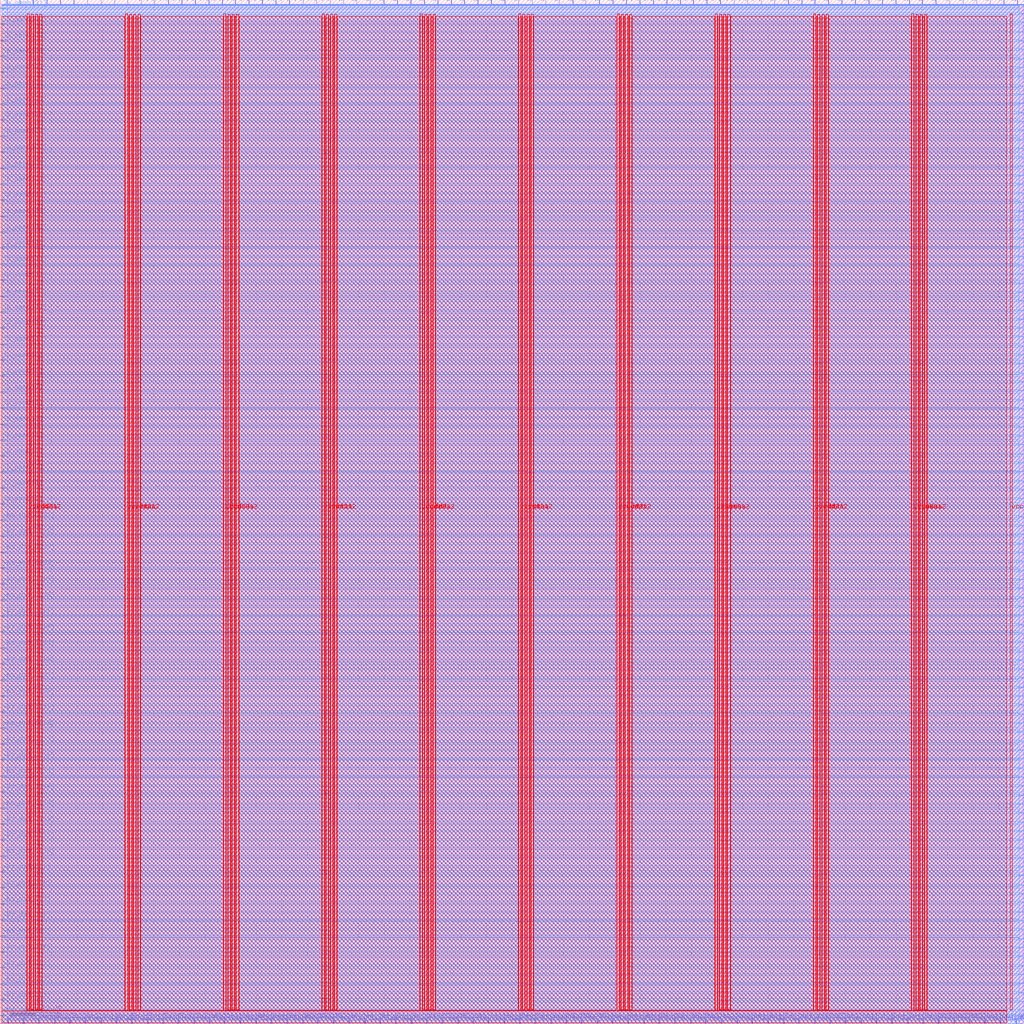
<source format=lef>
VERSION 5.7 ;
  NOWIREEXTENSIONATPIN ON ;
  DIVIDERCHAR "/" ;
  BUSBITCHARS "[]" ;
MACRO wrapper_sha1
  CLASS BLOCK ;
  FOREIGN wrapper_sha1 ;
  ORIGIN 0.000 0.000 ;
  SIZE 800.000 BY 800.000 ;
  PIN active
    DIRECTION INPUT ;
    USE SIGNAL ;
    PORT
      LAYER met2 ;
        RECT 68.170 796.000 68.450 800.000 ;
    END
  END active
  PIN io_in[0]
    DIRECTION INPUT ;
    USE SIGNAL ;
    PORT
      LAYER met3 ;
        RECT 796.000 3.440 800.000 4.040 ;
    END
  END io_in[0]
  PIN io_in[10]
    DIRECTION INPUT ;
    USE SIGNAL ;
    PORT
      LAYER met3 ;
        RECT 796.000 213.560 800.000 214.160 ;
    END
  END io_in[10]
  PIN io_in[11]
    DIRECTION INPUT ;
    USE SIGNAL ;
    PORT
      LAYER met3 ;
        RECT 796.000 234.640 800.000 235.240 ;
    END
  END io_in[11]
  PIN io_in[12]
    DIRECTION INPUT ;
    USE SIGNAL ;
    PORT
      LAYER met3 ;
        RECT 796.000 255.720 800.000 256.320 ;
    END
  END io_in[12]
  PIN io_in[13]
    DIRECTION INPUT ;
    USE SIGNAL ;
    PORT
      LAYER met3 ;
        RECT 796.000 276.800 800.000 277.400 ;
    END
  END io_in[13]
  PIN io_in[14]
    DIRECTION INPUT ;
    USE SIGNAL ;
    PORT
      LAYER met3 ;
        RECT 796.000 297.880 800.000 298.480 ;
    END
  END io_in[14]
  PIN io_in[15]
    DIRECTION INPUT ;
    USE SIGNAL ;
    PORT
      LAYER met3 ;
        RECT 796.000 318.960 800.000 319.560 ;
    END
  END io_in[15]
  PIN io_in[16]
    DIRECTION INPUT ;
    USE SIGNAL ;
    PORT
      LAYER met3 ;
        RECT 796.000 340.040 800.000 340.640 ;
    END
  END io_in[16]
  PIN io_in[17]
    DIRECTION INPUT ;
    USE SIGNAL ;
    PORT
      LAYER met3 ;
        RECT 796.000 361.120 800.000 361.720 ;
    END
  END io_in[17]
  PIN io_in[18]
    DIRECTION INPUT ;
    USE SIGNAL ;
    PORT
      LAYER met3 ;
        RECT 796.000 382.200 800.000 382.800 ;
    END
  END io_in[18]
  PIN io_in[19]
    DIRECTION INPUT ;
    USE SIGNAL ;
    PORT
      LAYER met3 ;
        RECT 796.000 403.280 800.000 403.880 ;
    END
  END io_in[19]
  PIN io_in[1]
    DIRECTION INPUT ;
    USE SIGNAL ;
    PORT
      LAYER met3 ;
        RECT 796.000 23.840 800.000 24.440 ;
    END
  END io_in[1]
  PIN io_in[20]
    DIRECTION INPUT ;
    USE SIGNAL ;
    PORT
      LAYER met3 ;
        RECT 796.000 423.680 800.000 424.280 ;
    END
  END io_in[20]
  PIN io_in[21]
    DIRECTION INPUT ;
    USE SIGNAL ;
    PORT
      LAYER met3 ;
        RECT 796.000 444.760 800.000 445.360 ;
    END
  END io_in[21]
  PIN io_in[22]
    DIRECTION INPUT ;
    USE SIGNAL ;
    PORT
      LAYER met3 ;
        RECT 796.000 465.840 800.000 466.440 ;
    END
  END io_in[22]
  PIN io_in[23]
    DIRECTION INPUT ;
    USE SIGNAL ;
    PORT
      LAYER met3 ;
        RECT 796.000 486.920 800.000 487.520 ;
    END
  END io_in[23]
  PIN io_in[24]
    DIRECTION INPUT ;
    USE SIGNAL ;
    PORT
      LAYER met3 ;
        RECT 796.000 508.000 800.000 508.600 ;
    END
  END io_in[24]
  PIN io_in[25]
    DIRECTION INPUT ;
    USE SIGNAL ;
    PORT
      LAYER met3 ;
        RECT 796.000 529.080 800.000 529.680 ;
    END
  END io_in[25]
  PIN io_in[26]
    DIRECTION INPUT ;
    USE SIGNAL ;
    PORT
      LAYER met3 ;
        RECT 796.000 550.160 800.000 550.760 ;
    END
  END io_in[26]
  PIN io_in[27]
    DIRECTION INPUT ;
    USE SIGNAL ;
    PORT
      LAYER met3 ;
        RECT 796.000 571.240 800.000 571.840 ;
    END
  END io_in[27]
  PIN io_in[28]
    DIRECTION INPUT ;
    USE SIGNAL ;
    PORT
      LAYER met3 ;
        RECT 796.000 592.320 800.000 592.920 ;
    END
  END io_in[28]
  PIN io_in[29]
    DIRECTION INPUT ;
    USE SIGNAL ;
    PORT
      LAYER met3 ;
        RECT 796.000 613.400 800.000 614.000 ;
    END
  END io_in[29]
  PIN io_in[2]
    DIRECTION INPUT ;
    USE SIGNAL ;
    PORT
      LAYER met3 ;
        RECT 796.000 44.920 800.000 45.520 ;
    END
  END io_in[2]
  PIN io_in[30]
    DIRECTION INPUT ;
    USE SIGNAL ;
    PORT
      LAYER met3 ;
        RECT 796.000 634.480 800.000 635.080 ;
    END
  END io_in[30]
  PIN io_in[31]
    DIRECTION INPUT ;
    USE SIGNAL ;
    PORT
      LAYER met3 ;
        RECT 796.000 655.560 800.000 656.160 ;
    END
  END io_in[31]
  PIN io_in[32]
    DIRECTION INPUT ;
    USE SIGNAL ;
    PORT
      LAYER met3 ;
        RECT 796.000 676.640 800.000 677.240 ;
    END
  END io_in[32]
  PIN io_in[33]
    DIRECTION INPUT ;
    USE SIGNAL ;
    PORT
      LAYER met3 ;
        RECT 796.000 697.720 800.000 698.320 ;
    END
  END io_in[33]
  PIN io_in[34]
    DIRECTION INPUT ;
    USE SIGNAL ;
    PORT
      LAYER met3 ;
        RECT 796.000 718.800 800.000 719.400 ;
    END
  END io_in[34]
  PIN io_in[35]
    DIRECTION INPUT ;
    USE SIGNAL ;
    PORT
      LAYER met3 ;
        RECT 796.000 739.880 800.000 740.480 ;
    END
  END io_in[35]
  PIN io_in[36]
    DIRECTION INPUT ;
    USE SIGNAL ;
    PORT
      LAYER met3 ;
        RECT 796.000 760.960 800.000 761.560 ;
    END
  END io_in[36]
  PIN io_in[37]
    DIRECTION INPUT ;
    USE SIGNAL ;
    PORT
      LAYER met3 ;
        RECT 796.000 782.040 800.000 782.640 ;
    END
  END io_in[37]
  PIN io_in[3]
    DIRECTION INPUT ;
    USE SIGNAL ;
    PORT
      LAYER met3 ;
        RECT 796.000 66.000 800.000 66.600 ;
    END
  END io_in[3]
  PIN io_in[4]
    DIRECTION INPUT ;
    USE SIGNAL ;
    PORT
      LAYER met3 ;
        RECT 796.000 87.080 800.000 87.680 ;
    END
  END io_in[4]
  PIN io_in[5]
    DIRECTION INPUT ;
    USE SIGNAL ;
    PORT
      LAYER met3 ;
        RECT 796.000 108.160 800.000 108.760 ;
    END
  END io_in[5]
  PIN io_in[6]
    DIRECTION INPUT ;
    USE SIGNAL ;
    PORT
      LAYER met3 ;
        RECT 796.000 129.240 800.000 129.840 ;
    END
  END io_in[6]
  PIN io_in[7]
    DIRECTION INPUT ;
    USE SIGNAL ;
    PORT
      LAYER met3 ;
        RECT 796.000 150.320 800.000 150.920 ;
    END
  END io_in[7]
  PIN io_in[8]
    DIRECTION INPUT ;
    USE SIGNAL ;
    PORT
      LAYER met3 ;
        RECT 796.000 171.400 800.000 172.000 ;
    END
  END io_in[8]
  PIN io_in[9]
    DIRECTION INPUT ;
    USE SIGNAL ;
    PORT
      LAYER met3 ;
        RECT 796.000 192.480 800.000 193.080 ;
    END
  END io_in[9]
  PIN io_oeb[0]
    DIRECTION OUTPUT TRISTATE ;
    USE SIGNAL ;
    PORT
      LAYER met3 ;
        RECT 796.000 17.040 800.000 17.640 ;
    END
  END io_oeb[0]
  PIN io_oeb[10]
    DIRECTION OUTPUT TRISTATE ;
    USE SIGNAL ;
    PORT
      LAYER met3 ;
        RECT 796.000 227.840 800.000 228.440 ;
    END
  END io_oeb[10]
  PIN io_oeb[11]
    DIRECTION OUTPUT TRISTATE ;
    USE SIGNAL ;
    PORT
      LAYER met3 ;
        RECT 796.000 248.920 800.000 249.520 ;
    END
  END io_oeb[11]
  PIN io_oeb[12]
    DIRECTION OUTPUT TRISTATE ;
    USE SIGNAL ;
    PORT
      LAYER met3 ;
        RECT 796.000 270.000 800.000 270.600 ;
    END
  END io_oeb[12]
  PIN io_oeb[13]
    DIRECTION OUTPUT TRISTATE ;
    USE SIGNAL ;
    PORT
      LAYER met3 ;
        RECT 796.000 290.400 800.000 291.000 ;
    END
  END io_oeb[13]
  PIN io_oeb[14]
    DIRECTION OUTPUT TRISTATE ;
    USE SIGNAL ;
    PORT
      LAYER met3 ;
        RECT 796.000 311.480 800.000 312.080 ;
    END
  END io_oeb[14]
  PIN io_oeb[15]
    DIRECTION OUTPUT TRISTATE ;
    USE SIGNAL ;
    PORT
      LAYER met3 ;
        RECT 796.000 332.560 800.000 333.160 ;
    END
  END io_oeb[15]
  PIN io_oeb[16]
    DIRECTION OUTPUT TRISTATE ;
    USE SIGNAL ;
    PORT
      LAYER met3 ;
        RECT 796.000 353.640 800.000 354.240 ;
    END
  END io_oeb[16]
  PIN io_oeb[17]
    DIRECTION OUTPUT TRISTATE ;
    USE SIGNAL ;
    PORT
      LAYER met3 ;
        RECT 796.000 374.720 800.000 375.320 ;
    END
  END io_oeb[17]
  PIN io_oeb[18]
    DIRECTION OUTPUT TRISTATE ;
    USE SIGNAL ;
    PORT
      LAYER met3 ;
        RECT 796.000 395.800 800.000 396.400 ;
    END
  END io_oeb[18]
  PIN io_oeb[19]
    DIRECTION OUTPUT TRISTATE ;
    USE SIGNAL ;
    PORT
      LAYER met3 ;
        RECT 796.000 416.880 800.000 417.480 ;
    END
  END io_oeb[19]
  PIN io_oeb[1]
    DIRECTION OUTPUT TRISTATE ;
    USE SIGNAL ;
    PORT
      LAYER met3 ;
        RECT 796.000 38.120 800.000 38.720 ;
    END
  END io_oeb[1]
  PIN io_oeb[20]
    DIRECTION OUTPUT TRISTATE ;
    USE SIGNAL ;
    PORT
      LAYER met3 ;
        RECT 796.000 437.960 800.000 438.560 ;
    END
  END io_oeb[20]
  PIN io_oeb[21]
    DIRECTION OUTPUT TRISTATE ;
    USE SIGNAL ;
    PORT
      LAYER met3 ;
        RECT 796.000 459.040 800.000 459.640 ;
    END
  END io_oeb[21]
  PIN io_oeb[22]
    DIRECTION OUTPUT TRISTATE ;
    USE SIGNAL ;
    PORT
      LAYER met3 ;
        RECT 796.000 480.120 800.000 480.720 ;
    END
  END io_oeb[22]
  PIN io_oeb[23]
    DIRECTION OUTPUT TRISTATE ;
    USE SIGNAL ;
    PORT
      LAYER met3 ;
        RECT 796.000 501.200 800.000 501.800 ;
    END
  END io_oeb[23]
  PIN io_oeb[24]
    DIRECTION OUTPUT TRISTATE ;
    USE SIGNAL ;
    PORT
      LAYER met3 ;
        RECT 796.000 522.280 800.000 522.880 ;
    END
  END io_oeb[24]
  PIN io_oeb[25]
    DIRECTION OUTPUT TRISTATE ;
    USE SIGNAL ;
    PORT
      LAYER met3 ;
        RECT 796.000 543.360 800.000 543.960 ;
    END
  END io_oeb[25]
  PIN io_oeb[26]
    DIRECTION OUTPUT TRISTATE ;
    USE SIGNAL ;
    PORT
      LAYER met3 ;
        RECT 796.000 564.440 800.000 565.040 ;
    END
  END io_oeb[26]
  PIN io_oeb[27]
    DIRECTION OUTPUT TRISTATE ;
    USE SIGNAL ;
    PORT
      LAYER met3 ;
        RECT 796.000 585.520 800.000 586.120 ;
    END
  END io_oeb[27]
  PIN io_oeb[28]
    DIRECTION OUTPUT TRISTATE ;
    USE SIGNAL ;
    PORT
      LAYER met3 ;
        RECT 796.000 606.600 800.000 607.200 ;
    END
  END io_oeb[28]
  PIN io_oeb[29]
    DIRECTION OUTPUT TRISTATE ;
    USE SIGNAL ;
    PORT
      LAYER met3 ;
        RECT 796.000 627.680 800.000 628.280 ;
    END
  END io_oeb[29]
  PIN io_oeb[2]
    DIRECTION OUTPUT TRISTATE ;
    USE SIGNAL ;
    PORT
      LAYER met3 ;
        RECT 796.000 59.200 800.000 59.800 ;
    END
  END io_oeb[2]
  PIN io_oeb[30]
    DIRECTION OUTPUT TRISTATE ;
    USE SIGNAL ;
    PORT
      LAYER met3 ;
        RECT 796.000 648.760 800.000 649.360 ;
    END
  END io_oeb[30]
  PIN io_oeb[31]
    DIRECTION OUTPUT TRISTATE ;
    USE SIGNAL ;
    PORT
      LAYER met3 ;
        RECT 796.000 669.840 800.000 670.440 ;
    END
  END io_oeb[31]
  PIN io_oeb[32]
    DIRECTION OUTPUT TRISTATE ;
    USE SIGNAL ;
    PORT
      LAYER met3 ;
        RECT 796.000 690.240 800.000 690.840 ;
    END
  END io_oeb[32]
  PIN io_oeb[33]
    DIRECTION OUTPUT TRISTATE ;
    USE SIGNAL ;
    PORT
      LAYER met3 ;
        RECT 796.000 711.320 800.000 711.920 ;
    END
  END io_oeb[33]
  PIN io_oeb[34]
    DIRECTION OUTPUT TRISTATE ;
    USE SIGNAL ;
    PORT
      LAYER met3 ;
        RECT 796.000 732.400 800.000 733.000 ;
    END
  END io_oeb[34]
  PIN io_oeb[35]
    DIRECTION OUTPUT TRISTATE ;
    USE SIGNAL ;
    PORT
      LAYER met3 ;
        RECT 796.000 753.480 800.000 754.080 ;
    END
  END io_oeb[35]
  PIN io_oeb[36]
    DIRECTION OUTPUT TRISTATE ;
    USE SIGNAL ;
    PORT
      LAYER met3 ;
        RECT 796.000 774.560 800.000 775.160 ;
    END
  END io_oeb[36]
  PIN io_oeb[37]
    DIRECTION OUTPUT TRISTATE ;
    USE SIGNAL ;
    PORT
      LAYER met3 ;
        RECT 796.000 795.640 800.000 796.240 ;
    END
  END io_oeb[37]
  PIN io_oeb[3]
    DIRECTION OUTPUT TRISTATE ;
    USE SIGNAL ;
    PORT
      LAYER met3 ;
        RECT 796.000 80.280 800.000 80.880 ;
    END
  END io_oeb[3]
  PIN io_oeb[4]
    DIRECTION OUTPUT TRISTATE ;
    USE SIGNAL ;
    PORT
      LAYER met3 ;
        RECT 796.000 101.360 800.000 101.960 ;
    END
  END io_oeb[4]
  PIN io_oeb[5]
    DIRECTION OUTPUT TRISTATE ;
    USE SIGNAL ;
    PORT
      LAYER met3 ;
        RECT 796.000 122.440 800.000 123.040 ;
    END
  END io_oeb[5]
  PIN io_oeb[6]
    DIRECTION OUTPUT TRISTATE ;
    USE SIGNAL ;
    PORT
      LAYER met3 ;
        RECT 796.000 143.520 800.000 144.120 ;
    END
  END io_oeb[6]
  PIN io_oeb[7]
    DIRECTION OUTPUT TRISTATE ;
    USE SIGNAL ;
    PORT
      LAYER met3 ;
        RECT 796.000 164.600 800.000 165.200 ;
    END
  END io_oeb[7]
  PIN io_oeb[8]
    DIRECTION OUTPUT TRISTATE ;
    USE SIGNAL ;
    PORT
      LAYER met3 ;
        RECT 796.000 185.680 800.000 186.280 ;
    END
  END io_oeb[8]
  PIN io_oeb[9]
    DIRECTION OUTPUT TRISTATE ;
    USE SIGNAL ;
    PORT
      LAYER met3 ;
        RECT 796.000 206.760 800.000 207.360 ;
    END
  END io_oeb[9]
  PIN io_out[0]
    DIRECTION OUTPUT TRISTATE ;
    USE SIGNAL ;
    PORT
      LAYER met3 ;
        RECT 796.000 10.240 800.000 10.840 ;
    END
  END io_out[0]
  PIN io_out[10]
    DIRECTION OUTPUT TRISTATE ;
    USE SIGNAL ;
    PORT
      LAYER met3 ;
        RECT 796.000 220.360 800.000 220.960 ;
    END
  END io_out[10]
  PIN io_out[11]
    DIRECTION OUTPUT TRISTATE ;
    USE SIGNAL ;
    PORT
      LAYER met3 ;
        RECT 796.000 241.440 800.000 242.040 ;
    END
  END io_out[11]
  PIN io_out[12]
    DIRECTION OUTPUT TRISTATE ;
    USE SIGNAL ;
    PORT
      LAYER met3 ;
        RECT 796.000 262.520 800.000 263.120 ;
    END
  END io_out[12]
  PIN io_out[13]
    DIRECTION OUTPUT TRISTATE ;
    USE SIGNAL ;
    PORT
      LAYER met3 ;
        RECT 796.000 283.600 800.000 284.200 ;
    END
  END io_out[13]
  PIN io_out[14]
    DIRECTION OUTPUT TRISTATE ;
    USE SIGNAL ;
    PORT
      LAYER met3 ;
        RECT 796.000 304.680 800.000 305.280 ;
    END
  END io_out[14]
  PIN io_out[15]
    DIRECTION OUTPUT TRISTATE ;
    USE SIGNAL ;
    PORT
      LAYER met3 ;
        RECT 796.000 325.760 800.000 326.360 ;
    END
  END io_out[15]
  PIN io_out[16]
    DIRECTION OUTPUT TRISTATE ;
    USE SIGNAL ;
    PORT
      LAYER met3 ;
        RECT 796.000 346.840 800.000 347.440 ;
    END
  END io_out[16]
  PIN io_out[17]
    DIRECTION OUTPUT TRISTATE ;
    USE SIGNAL ;
    PORT
      LAYER met3 ;
        RECT 796.000 367.920 800.000 368.520 ;
    END
  END io_out[17]
  PIN io_out[18]
    DIRECTION OUTPUT TRISTATE ;
    USE SIGNAL ;
    PORT
      LAYER met3 ;
        RECT 796.000 389.000 800.000 389.600 ;
    END
  END io_out[18]
  PIN io_out[19]
    DIRECTION OUTPUT TRISTATE ;
    USE SIGNAL ;
    PORT
      LAYER met3 ;
        RECT 796.000 410.080 800.000 410.680 ;
    END
  END io_out[19]
  PIN io_out[1]
    DIRECTION OUTPUT TRISTATE ;
    USE SIGNAL ;
    PORT
      LAYER met3 ;
        RECT 796.000 31.320 800.000 31.920 ;
    END
  END io_out[1]
  PIN io_out[20]
    DIRECTION OUTPUT TRISTATE ;
    USE SIGNAL ;
    PORT
      LAYER met3 ;
        RECT 796.000 431.160 800.000 431.760 ;
    END
  END io_out[20]
  PIN io_out[21]
    DIRECTION OUTPUT TRISTATE ;
    USE SIGNAL ;
    PORT
      LAYER met3 ;
        RECT 796.000 452.240 800.000 452.840 ;
    END
  END io_out[21]
  PIN io_out[22]
    DIRECTION OUTPUT TRISTATE ;
    USE SIGNAL ;
    PORT
      LAYER met3 ;
        RECT 796.000 473.320 800.000 473.920 ;
    END
  END io_out[22]
  PIN io_out[23]
    DIRECTION OUTPUT TRISTATE ;
    USE SIGNAL ;
    PORT
      LAYER met3 ;
        RECT 796.000 494.400 800.000 495.000 ;
    END
  END io_out[23]
  PIN io_out[24]
    DIRECTION OUTPUT TRISTATE ;
    USE SIGNAL ;
    PORT
      LAYER met3 ;
        RECT 796.000 515.480 800.000 516.080 ;
    END
  END io_out[24]
  PIN io_out[25]
    DIRECTION OUTPUT TRISTATE ;
    USE SIGNAL ;
    PORT
      LAYER met3 ;
        RECT 796.000 536.560 800.000 537.160 ;
    END
  END io_out[25]
  PIN io_out[26]
    DIRECTION OUTPUT TRISTATE ;
    USE SIGNAL ;
    PORT
      LAYER met3 ;
        RECT 796.000 556.960 800.000 557.560 ;
    END
  END io_out[26]
  PIN io_out[27]
    DIRECTION OUTPUT TRISTATE ;
    USE SIGNAL ;
    PORT
      LAYER met3 ;
        RECT 796.000 578.040 800.000 578.640 ;
    END
  END io_out[27]
  PIN io_out[28]
    DIRECTION OUTPUT TRISTATE ;
    USE SIGNAL ;
    PORT
      LAYER met3 ;
        RECT 796.000 599.120 800.000 599.720 ;
    END
  END io_out[28]
  PIN io_out[29]
    DIRECTION OUTPUT TRISTATE ;
    USE SIGNAL ;
    PORT
      LAYER met3 ;
        RECT 796.000 620.200 800.000 620.800 ;
    END
  END io_out[29]
  PIN io_out[2]
    DIRECTION OUTPUT TRISTATE ;
    USE SIGNAL ;
    PORT
      LAYER met3 ;
        RECT 796.000 52.400 800.000 53.000 ;
    END
  END io_out[2]
  PIN io_out[30]
    DIRECTION OUTPUT TRISTATE ;
    USE SIGNAL ;
    PORT
      LAYER met3 ;
        RECT 796.000 641.280 800.000 641.880 ;
    END
  END io_out[30]
  PIN io_out[31]
    DIRECTION OUTPUT TRISTATE ;
    USE SIGNAL ;
    PORT
      LAYER met3 ;
        RECT 796.000 662.360 800.000 662.960 ;
    END
  END io_out[31]
  PIN io_out[32]
    DIRECTION OUTPUT TRISTATE ;
    USE SIGNAL ;
    PORT
      LAYER met3 ;
        RECT 796.000 683.440 800.000 684.040 ;
    END
  END io_out[32]
  PIN io_out[33]
    DIRECTION OUTPUT TRISTATE ;
    USE SIGNAL ;
    PORT
      LAYER met3 ;
        RECT 796.000 704.520 800.000 705.120 ;
    END
  END io_out[33]
  PIN io_out[34]
    DIRECTION OUTPUT TRISTATE ;
    USE SIGNAL ;
    PORT
      LAYER met3 ;
        RECT 796.000 725.600 800.000 726.200 ;
    END
  END io_out[34]
  PIN io_out[35]
    DIRECTION OUTPUT TRISTATE ;
    USE SIGNAL ;
    PORT
      LAYER met3 ;
        RECT 796.000 746.680 800.000 747.280 ;
    END
  END io_out[35]
  PIN io_out[36]
    DIRECTION OUTPUT TRISTATE ;
    USE SIGNAL ;
    PORT
      LAYER met3 ;
        RECT 796.000 767.760 800.000 768.360 ;
    END
  END io_out[36]
  PIN io_out[37]
    DIRECTION OUTPUT TRISTATE ;
    USE SIGNAL ;
    PORT
      LAYER met3 ;
        RECT 796.000 788.840 800.000 789.440 ;
    END
  END io_out[37]
  PIN io_out[3]
    DIRECTION OUTPUT TRISTATE ;
    USE SIGNAL ;
    PORT
      LAYER met3 ;
        RECT 796.000 73.480 800.000 74.080 ;
    END
  END io_out[3]
  PIN io_out[4]
    DIRECTION OUTPUT TRISTATE ;
    USE SIGNAL ;
    PORT
      LAYER met3 ;
        RECT 796.000 94.560 800.000 95.160 ;
    END
  END io_out[4]
  PIN io_out[5]
    DIRECTION OUTPUT TRISTATE ;
    USE SIGNAL ;
    PORT
      LAYER met3 ;
        RECT 796.000 115.640 800.000 116.240 ;
    END
  END io_out[5]
  PIN io_out[6]
    DIRECTION OUTPUT TRISTATE ;
    USE SIGNAL ;
    PORT
      LAYER met3 ;
        RECT 796.000 136.720 800.000 137.320 ;
    END
  END io_out[6]
  PIN io_out[7]
    DIRECTION OUTPUT TRISTATE ;
    USE SIGNAL ;
    PORT
      LAYER met3 ;
        RECT 796.000 157.120 800.000 157.720 ;
    END
  END io_out[7]
  PIN io_out[8]
    DIRECTION OUTPUT TRISTATE ;
    USE SIGNAL ;
    PORT
      LAYER met3 ;
        RECT 796.000 178.200 800.000 178.800 ;
    END
  END io_out[8]
  PIN io_out[9]
    DIRECTION OUTPUT TRISTATE ;
    USE SIGNAL ;
    PORT
      LAYER met3 ;
        RECT 796.000 199.280 800.000 199.880 ;
    END
  END io_out[9]
  PIN irq[0]
    DIRECTION OUTPUT TRISTATE ;
    USE SIGNAL ;
    PORT
      LAYER met2 ;
        RECT 794.510 796.000 794.790 800.000 ;
    END
  END irq[0]
  PIN irq[1]
    DIRECTION OUTPUT TRISTATE ;
    USE SIGNAL ;
    PORT
      LAYER met2 ;
        RECT 781.630 0.000 781.910 4.000 ;
    END
  END irq[1]
  PIN irq[2]
    DIRECTION OUTPUT TRISTATE ;
    USE SIGNAL ;
    PORT
      LAYER met2 ;
        RECT 793.590 0.000 793.870 4.000 ;
    END
  END irq[2]
  PIN la_data_in[0]
    DIRECTION INPUT ;
    USE SIGNAL ;
    PORT
      LAYER met2 ;
        RECT 6.070 0.000 6.350 4.000 ;
    END
  END la_data_in[0]
  PIN la_data_in[10]
    DIRECTION INPUT ;
    USE SIGNAL ;
    PORT
      LAYER met2 ;
        RECT 127.050 0.000 127.330 4.000 ;
    END
  END la_data_in[10]
  PIN la_data_in[11]
    DIRECTION INPUT ;
    USE SIGNAL ;
    PORT
      LAYER met2 ;
        RECT 139.010 0.000 139.290 4.000 ;
    END
  END la_data_in[11]
  PIN la_data_in[12]
    DIRECTION INPUT ;
    USE SIGNAL ;
    PORT
      LAYER met2 ;
        RECT 151.430 0.000 151.710 4.000 ;
    END
  END la_data_in[12]
  PIN la_data_in[13]
    DIRECTION INPUT ;
    USE SIGNAL ;
    PORT
      LAYER met2 ;
        RECT 163.390 0.000 163.670 4.000 ;
    END
  END la_data_in[13]
  PIN la_data_in[14]
    DIRECTION INPUT ;
    USE SIGNAL ;
    PORT
      LAYER met2 ;
        RECT 175.350 0.000 175.630 4.000 ;
    END
  END la_data_in[14]
  PIN la_data_in[15]
    DIRECTION INPUT ;
    USE SIGNAL ;
    PORT
      LAYER met2 ;
        RECT 187.770 0.000 188.050 4.000 ;
    END
  END la_data_in[15]
  PIN la_data_in[16]
    DIRECTION INPUT ;
    USE SIGNAL ;
    PORT
      LAYER met2 ;
        RECT 199.730 0.000 200.010 4.000 ;
    END
  END la_data_in[16]
  PIN la_data_in[17]
    DIRECTION INPUT ;
    USE SIGNAL ;
    PORT
      LAYER met2 ;
        RECT 211.690 0.000 211.970 4.000 ;
    END
  END la_data_in[17]
  PIN la_data_in[18]
    DIRECTION INPUT ;
    USE SIGNAL ;
    PORT
      LAYER met2 ;
        RECT 224.110 0.000 224.390 4.000 ;
    END
  END la_data_in[18]
  PIN la_data_in[19]
    DIRECTION INPUT ;
    USE SIGNAL ;
    PORT
      LAYER met2 ;
        RECT 236.070 0.000 236.350 4.000 ;
    END
  END la_data_in[19]
  PIN la_data_in[1]
    DIRECTION INPUT ;
    USE SIGNAL ;
    PORT
      LAYER met2 ;
        RECT 18.030 0.000 18.310 4.000 ;
    END
  END la_data_in[1]
  PIN la_data_in[20]
    DIRECTION INPUT ;
    USE SIGNAL ;
    PORT
      LAYER met2 ;
        RECT 248.030 0.000 248.310 4.000 ;
    END
  END la_data_in[20]
  PIN la_data_in[21]
    DIRECTION INPUT ;
    USE SIGNAL ;
    PORT
      LAYER met2 ;
        RECT 260.450 0.000 260.730 4.000 ;
    END
  END la_data_in[21]
  PIN la_data_in[22]
    DIRECTION INPUT ;
    USE SIGNAL ;
    PORT
      LAYER met2 ;
        RECT 272.410 0.000 272.690 4.000 ;
    END
  END la_data_in[22]
  PIN la_data_in[23]
    DIRECTION INPUT ;
    USE SIGNAL ;
    PORT
      LAYER met2 ;
        RECT 284.830 0.000 285.110 4.000 ;
    END
  END la_data_in[23]
  PIN la_data_in[24]
    DIRECTION INPUT ;
    USE SIGNAL ;
    PORT
      LAYER met2 ;
        RECT 296.790 0.000 297.070 4.000 ;
    END
  END la_data_in[24]
  PIN la_data_in[25]
    DIRECTION INPUT ;
    USE SIGNAL ;
    PORT
      LAYER met2 ;
        RECT 308.750 0.000 309.030 4.000 ;
    END
  END la_data_in[25]
  PIN la_data_in[26]
    DIRECTION INPUT ;
    USE SIGNAL ;
    PORT
      LAYER met2 ;
        RECT 321.170 0.000 321.450 4.000 ;
    END
  END la_data_in[26]
  PIN la_data_in[27]
    DIRECTION INPUT ;
    USE SIGNAL ;
    PORT
      LAYER met2 ;
        RECT 333.130 0.000 333.410 4.000 ;
    END
  END la_data_in[27]
  PIN la_data_in[28]
    DIRECTION INPUT ;
    USE SIGNAL ;
    PORT
      LAYER met2 ;
        RECT 345.090 0.000 345.370 4.000 ;
    END
  END la_data_in[28]
  PIN la_data_in[29]
    DIRECTION INPUT ;
    USE SIGNAL ;
    PORT
      LAYER met2 ;
        RECT 357.510 0.000 357.790 4.000 ;
    END
  END la_data_in[29]
  PIN la_data_in[2]
    DIRECTION INPUT ;
    USE SIGNAL ;
    PORT
      LAYER met2 ;
        RECT 29.990 0.000 30.270 4.000 ;
    END
  END la_data_in[2]
  PIN la_data_in[30]
    DIRECTION INPUT ;
    USE SIGNAL ;
    PORT
      LAYER met2 ;
        RECT 369.470 0.000 369.750 4.000 ;
    END
  END la_data_in[30]
  PIN la_data_in[31]
    DIRECTION INPUT ;
    USE SIGNAL ;
    PORT
      LAYER met2 ;
        RECT 381.430 0.000 381.710 4.000 ;
    END
  END la_data_in[31]
  PIN la_data_in[3]
    DIRECTION INPUT ;
    USE SIGNAL ;
    PORT
      LAYER met2 ;
        RECT 42.410 0.000 42.690 4.000 ;
    END
  END la_data_in[3]
  PIN la_data_in[4]
    DIRECTION INPUT ;
    USE SIGNAL ;
    PORT
      LAYER met2 ;
        RECT 54.370 0.000 54.650 4.000 ;
    END
  END la_data_in[4]
  PIN la_data_in[5]
    DIRECTION INPUT ;
    USE SIGNAL ;
    PORT
      LAYER met2 ;
        RECT 66.330 0.000 66.610 4.000 ;
    END
  END la_data_in[5]
  PIN la_data_in[6]
    DIRECTION INPUT ;
    USE SIGNAL ;
    PORT
      LAYER met2 ;
        RECT 78.750 0.000 79.030 4.000 ;
    END
  END la_data_in[6]
  PIN la_data_in[7]
    DIRECTION INPUT ;
    USE SIGNAL ;
    PORT
      LAYER met2 ;
        RECT 90.710 0.000 90.990 4.000 ;
    END
  END la_data_in[7]
  PIN la_data_in[8]
    DIRECTION INPUT ;
    USE SIGNAL ;
    PORT
      LAYER met2 ;
        RECT 102.670 0.000 102.950 4.000 ;
    END
  END la_data_in[8]
  PIN la_data_in[9]
    DIRECTION INPUT ;
    USE SIGNAL ;
    PORT
      LAYER met2 ;
        RECT 115.090 0.000 115.370 4.000 ;
    END
  END la_data_in[9]
  PIN la_data_out[0]
    DIRECTION OUTPUT TRISTATE ;
    USE SIGNAL ;
    PORT
      LAYER met2 ;
        RECT 393.850 0.000 394.130 4.000 ;
    END
  END la_data_out[0]
  PIN la_data_out[10]
    DIRECTION OUTPUT TRISTATE ;
    USE SIGNAL ;
    PORT
      LAYER met2 ;
        RECT 514.830 0.000 515.110 4.000 ;
    END
  END la_data_out[10]
  PIN la_data_out[11]
    DIRECTION OUTPUT TRISTATE ;
    USE SIGNAL ;
    PORT
      LAYER met2 ;
        RECT 526.790 0.000 527.070 4.000 ;
    END
  END la_data_out[11]
  PIN la_data_out[12]
    DIRECTION OUTPUT TRISTATE ;
    USE SIGNAL ;
    PORT
      LAYER met2 ;
        RECT 539.210 0.000 539.490 4.000 ;
    END
  END la_data_out[12]
  PIN la_data_out[13]
    DIRECTION OUTPUT TRISTATE ;
    USE SIGNAL ;
    PORT
      LAYER met2 ;
        RECT 551.170 0.000 551.450 4.000 ;
    END
  END la_data_out[13]
  PIN la_data_out[14]
    DIRECTION OUTPUT TRISTATE ;
    USE SIGNAL ;
    PORT
      LAYER met2 ;
        RECT 563.590 0.000 563.870 4.000 ;
    END
  END la_data_out[14]
  PIN la_data_out[15]
    DIRECTION OUTPUT TRISTATE ;
    USE SIGNAL ;
    PORT
      LAYER met2 ;
        RECT 575.550 0.000 575.830 4.000 ;
    END
  END la_data_out[15]
  PIN la_data_out[16]
    DIRECTION OUTPUT TRISTATE ;
    USE SIGNAL ;
    PORT
      LAYER met2 ;
        RECT 587.510 0.000 587.790 4.000 ;
    END
  END la_data_out[16]
  PIN la_data_out[17]
    DIRECTION OUTPUT TRISTATE ;
    USE SIGNAL ;
    PORT
      LAYER met2 ;
        RECT 599.930 0.000 600.210 4.000 ;
    END
  END la_data_out[17]
  PIN la_data_out[18]
    DIRECTION OUTPUT TRISTATE ;
    USE SIGNAL ;
    PORT
      LAYER met2 ;
        RECT 611.890 0.000 612.170 4.000 ;
    END
  END la_data_out[18]
  PIN la_data_out[19]
    DIRECTION OUTPUT TRISTATE ;
    USE SIGNAL ;
    PORT
      LAYER met2 ;
        RECT 623.850 0.000 624.130 4.000 ;
    END
  END la_data_out[19]
  PIN la_data_out[1]
    DIRECTION OUTPUT TRISTATE ;
    USE SIGNAL ;
    PORT
      LAYER met2 ;
        RECT 405.810 0.000 406.090 4.000 ;
    END
  END la_data_out[1]
  PIN la_data_out[20]
    DIRECTION OUTPUT TRISTATE ;
    USE SIGNAL ;
    PORT
      LAYER met2 ;
        RECT 636.270 0.000 636.550 4.000 ;
    END
  END la_data_out[20]
  PIN la_data_out[21]
    DIRECTION OUTPUT TRISTATE ;
    USE SIGNAL ;
    PORT
      LAYER met2 ;
        RECT 648.230 0.000 648.510 4.000 ;
    END
  END la_data_out[21]
  PIN la_data_out[22]
    DIRECTION OUTPUT TRISTATE ;
    USE SIGNAL ;
    PORT
      LAYER met2 ;
        RECT 660.190 0.000 660.470 4.000 ;
    END
  END la_data_out[22]
  PIN la_data_out[23]
    DIRECTION OUTPUT TRISTATE ;
    USE SIGNAL ;
    PORT
      LAYER met2 ;
        RECT 672.610 0.000 672.890 4.000 ;
    END
  END la_data_out[23]
  PIN la_data_out[24]
    DIRECTION OUTPUT TRISTATE ;
    USE SIGNAL ;
    PORT
      LAYER met2 ;
        RECT 684.570 0.000 684.850 4.000 ;
    END
  END la_data_out[24]
  PIN la_data_out[25]
    DIRECTION OUTPUT TRISTATE ;
    USE SIGNAL ;
    PORT
      LAYER met2 ;
        RECT 696.530 0.000 696.810 4.000 ;
    END
  END la_data_out[25]
  PIN la_data_out[26]
    DIRECTION OUTPUT TRISTATE ;
    USE SIGNAL ;
    PORT
      LAYER met2 ;
        RECT 708.950 0.000 709.230 4.000 ;
    END
  END la_data_out[26]
  PIN la_data_out[27]
    DIRECTION OUTPUT TRISTATE ;
    USE SIGNAL ;
    PORT
      LAYER met2 ;
        RECT 720.910 0.000 721.190 4.000 ;
    END
  END la_data_out[27]
  PIN la_data_out[28]
    DIRECTION OUTPUT TRISTATE ;
    USE SIGNAL ;
    PORT
      LAYER met2 ;
        RECT 732.870 0.000 733.150 4.000 ;
    END
  END la_data_out[28]
  PIN la_data_out[29]
    DIRECTION OUTPUT TRISTATE ;
    USE SIGNAL ;
    PORT
      LAYER met2 ;
        RECT 745.290 0.000 745.570 4.000 ;
    END
  END la_data_out[29]
  PIN la_data_out[2]
    DIRECTION OUTPUT TRISTATE ;
    USE SIGNAL ;
    PORT
      LAYER met2 ;
        RECT 417.770 0.000 418.050 4.000 ;
    END
  END la_data_out[2]
  PIN la_data_out[30]
    DIRECTION OUTPUT TRISTATE ;
    USE SIGNAL ;
    PORT
      LAYER met2 ;
        RECT 757.250 0.000 757.530 4.000 ;
    END
  END la_data_out[30]
  PIN la_data_out[31]
    DIRECTION OUTPUT TRISTATE ;
    USE SIGNAL ;
    PORT
      LAYER met2 ;
        RECT 769.210 0.000 769.490 4.000 ;
    END
  END la_data_out[31]
  PIN la_data_out[3]
    DIRECTION OUTPUT TRISTATE ;
    USE SIGNAL ;
    PORT
      LAYER met2 ;
        RECT 430.190 0.000 430.470 4.000 ;
    END
  END la_data_out[3]
  PIN la_data_out[4]
    DIRECTION OUTPUT TRISTATE ;
    USE SIGNAL ;
    PORT
      LAYER met2 ;
        RECT 442.150 0.000 442.430 4.000 ;
    END
  END la_data_out[4]
  PIN la_data_out[5]
    DIRECTION OUTPUT TRISTATE ;
    USE SIGNAL ;
    PORT
      LAYER met2 ;
        RECT 454.110 0.000 454.390 4.000 ;
    END
  END la_data_out[5]
  PIN la_data_out[6]
    DIRECTION OUTPUT TRISTATE ;
    USE SIGNAL ;
    PORT
      LAYER met2 ;
        RECT 466.530 0.000 466.810 4.000 ;
    END
  END la_data_out[6]
  PIN la_data_out[7]
    DIRECTION OUTPUT TRISTATE ;
    USE SIGNAL ;
    PORT
      LAYER met2 ;
        RECT 478.490 0.000 478.770 4.000 ;
    END
  END la_data_out[7]
  PIN la_data_out[8]
    DIRECTION OUTPUT TRISTATE ;
    USE SIGNAL ;
    PORT
      LAYER met2 ;
        RECT 490.450 0.000 490.730 4.000 ;
    END
  END la_data_out[8]
  PIN la_data_out[9]
    DIRECTION OUTPUT TRISTATE ;
    USE SIGNAL ;
    PORT
      LAYER met2 ;
        RECT 502.870 0.000 503.150 4.000 ;
    END
  END la_data_out[9]
  PIN la_oenb[0]
    DIRECTION INPUT ;
    USE SIGNAL ;
    PORT
      LAYER met3 ;
        RECT 0.000 406.000 4.000 406.600 ;
    END
  END la_oenb[0]
  PIN la_oenb[10]
    DIRECTION INPUT ;
    USE SIGNAL ;
    PORT
      LAYER met3 ;
        RECT 0.000 530.440 4.000 531.040 ;
    END
  END la_oenb[10]
  PIN la_oenb[11]
    DIRECTION INPUT ;
    USE SIGNAL ;
    PORT
      LAYER met3 ;
        RECT 0.000 543.360 4.000 543.960 ;
    END
  END la_oenb[11]
  PIN la_oenb[12]
    DIRECTION INPUT ;
    USE SIGNAL ;
    PORT
      LAYER met3 ;
        RECT 0.000 555.600 4.000 556.200 ;
    END
  END la_oenb[12]
  PIN la_oenb[13]
    DIRECTION INPUT ;
    USE SIGNAL ;
    PORT
      LAYER met3 ;
        RECT 0.000 567.840 4.000 568.440 ;
    END
  END la_oenb[13]
  PIN la_oenb[14]
    DIRECTION INPUT ;
    USE SIGNAL ;
    PORT
      LAYER met3 ;
        RECT 0.000 580.760 4.000 581.360 ;
    END
  END la_oenb[14]
  PIN la_oenb[15]
    DIRECTION INPUT ;
    USE SIGNAL ;
    PORT
      LAYER met3 ;
        RECT 0.000 593.000 4.000 593.600 ;
    END
  END la_oenb[15]
  PIN la_oenb[16]
    DIRECTION INPUT ;
    USE SIGNAL ;
    PORT
      LAYER met3 ;
        RECT 0.000 605.920 4.000 606.520 ;
    END
  END la_oenb[16]
  PIN la_oenb[17]
    DIRECTION INPUT ;
    USE SIGNAL ;
    PORT
      LAYER met3 ;
        RECT 0.000 618.160 4.000 618.760 ;
    END
  END la_oenb[17]
  PIN la_oenb[18]
    DIRECTION INPUT ;
    USE SIGNAL ;
    PORT
      LAYER met3 ;
        RECT 0.000 630.400 4.000 631.000 ;
    END
  END la_oenb[18]
  PIN la_oenb[19]
    DIRECTION INPUT ;
    USE SIGNAL ;
    PORT
      LAYER met3 ;
        RECT 0.000 643.320 4.000 643.920 ;
    END
  END la_oenb[19]
  PIN la_oenb[1]
    DIRECTION INPUT ;
    USE SIGNAL ;
    PORT
      LAYER met3 ;
        RECT 0.000 418.240 4.000 418.840 ;
    END
  END la_oenb[1]
  PIN la_oenb[20]
    DIRECTION INPUT ;
    USE SIGNAL ;
    PORT
      LAYER met3 ;
        RECT 0.000 655.560 4.000 656.160 ;
    END
  END la_oenb[20]
  PIN la_oenb[21]
    DIRECTION INPUT ;
    USE SIGNAL ;
    PORT
      LAYER met3 ;
        RECT 0.000 667.800 4.000 668.400 ;
    END
  END la_oenb[21]
  PIN la_oenb[22]
    DIRECTION INPUT ;
    USE SIGNAL ;
    PORT
      LAYER met3 ;
        RECT 0.000 680.720 4.000 681.320 ;
    END
  END la_oenb[22]
  PIN la_oenb[23]
    DIRECTION INPUT ;
    USE SIGNAL ;
    PORT
      LAYER met3 ;
        RECT 0.000 692.960 4.000 693.560 ;
    END
  END la_oenb[23]
  PIN la_oenb[24]
    DIRECTION INPUT ;
    USE SIGNAL ;
    PORT
      LAYER met3 ;
        RECT 0.000 705.880 4.000 706.480 ;
    END
  END la_oenb[24]
  PIN la_oenb[25]
    DIRECTION INPUT ;
    USE SIGNAL ;
    PORT
      LAYER met3 ;
        RECT 0.000 718.120 4.000 718.720 ;
    END
  END la_oenb[25]
  PIN la_oenb[26]
    DIRECTION INPUT ;
    USE SIGNAL ;
    PORT
      LAYER met3 ;
        RECT 0.000 730.360 4.000 730.960 ;
    END
  END la_oenb[26]
  PIN la_oenb[27]
    DIRECTION INPUT ;
    USE SIGNAL ;
    PORT
      LAYER met3 ;
        RECT 0.000 743.280 4.000 743.880 ;
    END
  END la_oenb[27]
  PIN la_oenb[28]
    DIRECTION INPUT ;
    USE SIGNAL ;
    PORT
      LAYER met3 ;
        RECT 0.000 755.520 4.000 756.120 ;
    END
  END la_oenb[28]
  PIN la_oenb[29]
    DIRECTION INPUT ;
    USE SIGNAL ;
    PORT
      LAYER met3 ;
        RECT 0.000 767.760 4.000 768.360 ;
    END
  END la_oenb[29]
  PIN la_oenb[2]
    DIRECTION INPUT ;
    USE SIGNAL ;
    PORT
      LAYER met3 ;
        RECT 0.000 430.480 4.000 431.080 ;
    END
  END la_oenb[2]
  PIN la_oenb[30]
    DIRECTION INPUT ;
    USE SIGNAL ;
    PORT
      LAYER met3 ;
        RECT 0.000 780.680 4.000 781.280 ;
    END
  END la_oenb[30]
  PIN la_oenb[31]
    DIRECTION INPUT ;
    USE SIGNAL ;
    PORT
      LAYER met3 ;
        RECT 0.000 792.920 4.000 793.520 ;
    END
  END la_oenb[31]
  PIN la_oenb[3]
    DIRECTION INPUT ;
    USE SIGNAL ;
    PORT
      LAYER met3 ;
        RECT 0.000 443.400 4.000 444.000 ;
    END
  END la_oenb[3]
  PIN la_oenb[4]
    DIRECTION INPUT ;
    USE SIGNAL ;
    PORT
      LAYER met3 ;
        RECT 0.000 455.640 4.000 456.240 ;
    END
  END la_oenb[4]
  PIN la_oenb[5]
    DIRECTION INPUT ;
    USE SIGNAL ;
    PORT
      LAYER met3 ;
        RECT 0.000 467.880 4.000 468.480 ;
    END
  END la_oenb[5]
  PIN la_oenb[6]
    DIRECTION INPUT ;
    USE SIGNAL ;
    PORT
      LAYER met3 ;
        RECT 0.000 480.800 4.000 481.400 ;
    END
  END la_oenb[6]
  PIN la_oenb[7]
    DIRECTION INPUT ;
    USE SIGNAL ;
    PORT
      LAYER met3 ;
        RECT 0.000 493.040 4.000 493.640 ;
    END
  END la_oenb[7]
  PIN la_oenb[8]
    DIRECTION INPUT ;
    USE SIGNAL ;
    PORT
      LAYER met3 ;
        RECT 0.000 505.960 4.000 506.560 ;
    END
  END la_oenb[8]
  PIN la_oenb[9]
    DIRECTION INPUT ;
    USE SIGNAL ;
    PORT
      LAYER met3 ;
        RECT 0.000 518.200 4.000 518.800 ;
    END
  END la_oenb[9]
  PIN wb_clk_i
    DIRECTION INPUT ;
    USE SIGNAL ;
    PORT
      LAYER met2 ;
        RECT 5.150 796.000 5.430 800.000 ;
    END
  END wb_clk_i
  PIN wb_rst_i
    DIRECTION INPUT ;
    USE SIGNAL ;
    PORT
      LAYER met2 ;
        RECT 15.270 796.000 15.550 800.000 ;
    END
  END wb_rst_i
  PIN wbs_ack_o
    DIRECTION OUTPUT TRISTATE ;
    USE SIGNAL ;
    PORT
      LAYER met2 ;
        RECT 57.590 796.000 57.870 800.000 ;
    END
  END wbs_ack_o
  PIN wbs_adr_i[0]
    DIRECTION INPUT ;
    USE SIGNAL ;
    PORT
      LAYER met2 ;
        RECT 120.610 796.000 120.890 800.000 ;
    END
  END wbs_adr_i[0]
  PIN wbs_adr_i[10]
    DIRECTION INPUT ;
    USE SIGNAL ;
    PORT
      LAYER met2 ;
        RECT 225.950 796.000 226.230 800.000 ;
    END
  END wbs_adr_i[10]
  PIN wbs_adr_i[11]
    DIRECTION INPUT ;
    USE SIGNAL ;
    PORT
      LAYER met2 ;
        RECT 236.530 796.000 236.810 800.000 ;
    END
  END wbs_adr_i[11]
  PIN wbs_adr_i[12]
    DIRECTION INPUT ;
    USE SIGNAL ;
    PORT
      LAYER met2 ;
        RECT 247.110 796.000 247.390 800.000 ;
    END
  END wbs_adr_i[12]
  PIN wbs_adr_i[13]
    DIRECTION INPUT ;
    USE SIGNAL ;
    PORT
      LAYER met2 ;
        RECT 257.690 796.000 257.970 800.000 ;
    END
  END wbs_adr_i[13]
  PIN wbs_adr_i[14]
    DIRECTION INPUT ;
    USE SIGNAL ;
    PORT
      LAYER met2 ;
        RECT 268.270 796.000 268.550 800.000 ;
    END
  END wbs_adr_i[14]
  PIN wbs_adr_i[15]
    DIRECTION INPUT ;
    USE SIGNAL ;
    PORT
      LAYER met2 ;
        RECT 278.390 796.000 278.670 800.000 ;
    END
  END wbs_adr_i[15]
  PIN wbs_adr_i[16]
    DIRECTION INPUT ;
    USE SIGNAL ;
    PORT
      LAYER met2 ;
        RECT 288.970 796.000 289.250 800.000 ;
    END
  END wbs_adr_i[16]
  PIN wbs_adr_i[17]
    DIRECTION INPUT ;
    USE SIGNAL ;
    PORT
      LAYER met2 ;
        RECT 299.550 796.000 299.830 800.000 ;
    END
  END wbs_adr_i[17]
  PIN wbs_adr_i[18]
    DIRECTION INPUT ;
    USE SIGNAL ;
    PORT
      LAYER met2 ;
        RECT 310.130 796.000 310.410 800.000 ;
    END
  END wbs_adr_i[18]
  PIN wbs_adr_i[19]
    DIRECTION INPUT ;
    USE SIGNAL ;
    PORT
      LAYER met2 ;
        RECT 320.710 796.000 320.990 800.000 ;
    END
  END wbs_adr_i[19]
  PIN wbs_adr_i[1]
    DIRECTION INPUT ;
    USE SIGNAL ;
    PORT
      LAYER met2 ;
        RECT 131.190 796.000 131.470 800.000 ;
    END
  END wbs_adr_i[1]
  PIN wbs_adr_i[20]
    DIRECTION INPUT ;
    USE SIGNAL ;
    PORT
      LAYER met2 ;
        RECT 331.290 796.000 331.570 800.000 ;
    END
  END wbs_adr_i[20]
  PIN wbs_adr_i[21]
    DIRECTION INPUT ;
    USE SIGNAL ;
    PORT
      LAYER met2 ;
        RECT 341.870 796.000 342.150 800.000 ;
    END
  END wbs_adr_i[21]
  PIN wbs_adr_i[22]
    DIRECTION INPUT ;
    USE SIGNAL ;
    PORT
      LAYER met2 ;
        RECT 352.450 796.000 352.730 800.000 ;
    END
  END wbs_adr_i[22]
  PIN wbs_adr_i[23]
    DIRECTION INPUT ;
    USE SIGNAL ;
    PORT
      LAYER met2 ;
        RECT 362.570 796.000 362.850 800.000 ;
    END
  END wbs_adr_i[23]
  PIN wbs_adr_i[24]
    DIRECTION INPUT ;
    USE SIGNAL ;
    PORT
      LAYER met2 ;
        RECT 373.150 796.000 373.430 800.000 ;
    END
  END wbs_adr_i[24]
  PIN wbs_adr_i[25]
    DIRECTION INPUT ;
    USE SIGNAL ;
    PORT
      LAYER met2 ;
        RECT 383.730 796.000 384.010 800.000 ;
    END
  END wbs_adr_i[25]
  PIN wbs_adr_i[26]
    DIRECTION INPUT ;
    USE SIGNAL ;
    PORT
      LAYER met2 ;
        RECT 394.310 796.000 394.590 800.000 ;
    END
  END wbs_adr_i[26]
  PIN wbs_adr_i[27]
    DIRECTION INPUT ;
    USE SIGNAL ;
    PORT
      LAYER met2 ;
        RECT 404.890 796.000 405.170 800.000 ;
    END
  END wbs_adr_i[27]
  PIN wbs_adr_i[28]
    DIRECTION INPUT ;
    USE SIGNAL ;
    PORT
      LAYER met2 ;
        RECT 415.470 796.000 415.750 800.000 ;
    END
  END wbs_adr_i[28]
  PIN wbs_adr_i[29]
    DIRECTION INPUT ;
    USE SIGNAL ;
    PORT
      LAYER met2 ;
        RECT 426.050 796.000 426.330 800.000 ;
    END
  END wbs_adr_i[29]
  PIN wbs_adr_i[2]
    DIRECTION INPUT ;
    USE SIGNAL ;
    PORT
      LAYER met2 ;
        RECT 141.770 796.000 142.050 800.000 ;
    END
  END wbs_adr_i[2]
  PIN wbs_adr_i[30]
    DIRECTION INPUT ;
    USE SIGNAL ;
    PORT
      LAYER met2 ;
        RECT 436.630 796.000 436.910 800.000 ;
    END
  END wbs_adr_i[30]
  PIN wbs_adr_i[31]
    DIRECTION INPUT ;
    USE SIGNAL ;
    PORT
      LAYER met2 ;
        RECT 447.210 796.000 447.490 800.000 ;
    END
  END wbs_adr_i[31]
  PIN wbs_adr_i[3]
    DIRECTION INPUT ;
    USE SIGNAL ;
    PORT
      LAYER met2 ;
        RECT 152.350 796.000 152.630 800.000 ;
    END
  END wbs_adr_i[3]
  PIN wbs_adr_i[4]
    DIRECTION INPUT ;
    USE SIGNAL ;
    PORT
      LAYER met2 ;
        RECT 162.930 796.000 163.210 800.000 ;
    END
  END wbs_adr_i[4]
  PIN wbs_adr_i[5]
    DIRECTION INPUT ;
    USE SIGNAL ;
    PORT
      LAYER met2 ;
        RECT 173.510 796.000 173.790 800.000 ;
    END
  END wbs_adr_i[5]
  PIN wbs_adr_i[6]
    DIRECTION INPUT ;
    USE SIGNAL ;
    PORT
      LAYER met2 ;
        RECT 183.630 796.000 183.910 800.000 ;
    END
  END wbs_adr_i[6]
  PIN wbs_adr_i[7]
    DIRECTION INPUT ;
    USE SIGNAL ;
    PORT
      LAYER met2 ;
        RECT 194.210 796.000 194.490 800.000 ;
    END
  END wbs_adr_i[7]
  PIN wbs_adr_i[8]
    DIRECTION INPUT ;
    USE SIGNAL ;
    PORT
      LAYER met2 ;
        RECT 204.790 796.000 205.070 800.000 ;
    END
  END wbs_adr_i[8]
  PIN wbs_adr_i[9]
    DIRECTION INPUT ;
    USE SIGNAL ;
    PORT
      LAYER met2 ;
        RECT 215.370 796.000 215.650 800.000 ;
    END
  END wbs_adr_i[9]
  PIN wbs_cyc_i
    DIRECTION INPUT ;
    USE SIGNAL ;
    PORT
      LAYER met2 ;
        RECT 36.430 796.000 36.710 800.000 ;
    END
  END wbs_cyc_i
  PIN wbs_dat_i[0]
    DIRECTION INPUT ;
    USE SIGNAL ;
    PORT
      LAYER met2 ;
        RECT 457.330 796.000 457.610 800.000 ;
    END
  END wbs_dat_i[0]
  PIN wbs_dat_i[10]
    DIRECTION INPUT ;
    USE SIGNAL ;
    PORT
      LAYER met2 ;
        RECT 562.670 796.000 562.950 800.000 ;
    END
  END wbs_dat_i[10]
  PIN wbs_dat_i[11]
    DIRECTION INPUT ;
    USE SIGNAL ;
    PORT
      LAYER met2 ;
        RECT 573.250 796.000 573.530 800.000 ;
    END
  END wbs_dat_i[11]
  PIN wbs_dat_i[12]
    DIRECTION INPUT ;
    USE SIGNAL ;
    PORT
      LAYER met2 ;
        RECT 583.830 796.000 584.110 800.000 ;
    END
  END wbs_dat_i[12]
  PIN wbs_dat_i[13]
    DIRECTION INPUT ;
    USE SIGNAL ;
    PORT
      LAYER met2 ;
        RECT 594.410 796.000 594.690 800.000 ;
    END
  END wbs_dat_i[13]
  PIN wbs_dat_i[14]
    DIRECTION INPUT ;
    USE SIGNAL ;
    PORT
      LAYER met2 ;
        RECT 604.990 796.000 605.270 800.000 ;
    END
  END wbs_dat_i[14]
  PIN wbs_dat_i[15]
    DIRECTION INPUT ;
    USE SIGNAL ;
    PORT
      LAYER met2 ;
        RECT 615.570 796.000 615.850 800.000 ;
    END
  END wbs_dat_i[15]
  PIN wbs_dat_i[16]
    DIRECTION INPUT ;
    USE SIGNAL ;
    PORT
      LAYER met2 ;
        RECT 626.150 796.000 626.430 800.000 ;
    END
  END wbs_dat_i[16]
  PIN wbs_dat_i[17]
    DIRECTION INPUT ;
    USE SIGNAL ;
    PORT
      LAYER met2 ;
        RECT 636.270 796.000 636.550 800.000 ;
    END
  END wbs_dat_i[17]
  PIN wbs_dat_i[18]
    DIRECTION INPUT ;
    USE SIGNAL ;
    PORT
      LAYER met2 ;
        RECT 646.850 796.000 647.130 800.000 ;
    END
  END wbs_dat_i[18]
  PIN wbs_dat_i[19]
    DIRECTION INPUT ;
    USE SIGNAL ;
    PORT
      LAYER met2 ;
        RECT 657.430 796.000 657.710 800.000 ;
    END
  END wbs_dat_i[19]
  PIN wbs_dat_i[1]
    DIRECTION INPUT ;
    USE SIGNAL ;
    PORT
      LAYER met2 ;
        RECT 467.910 796.000 468.190 800.000 ;
    END
  END wbs_dat_i[1]
  PIN wbs_dat_i[20]
    DIRECTION INPUT ;
    USE SIGNAL ;
    PORT
      LAYER met2 ;
        RECT 668.010 796.000 668.290 800.000 ;
    END
  END wbs_dat_i[20]
  PIN wbs_dat_i[21]
    DIRECTION INPUT ;
    USE SIGNAL ;
    PORT
      LAYER met2 ;
        RECT 678.590 796.000 678.870 800.000 ;
    END
  END wbs_dat_i[21]
  PIN wbs_dat_i[22]
    DIRECTION INPUT ;
    USE SIGNAL ;
    PORT
      LAYER met2 ;
        RECT 689.170 796.000 689.450 800.000 ;
    END
  END wbs_dat_i[22]
  PIN wbs_dat_i[23]
    DIRECTION INPUT ;
    USE SIGNAL ;
    PORT
      LAYER met2 ;
        RECT 699.750 796.000 700.030 800.000 ;
    END
  END wbs_dat_i[23]
  PIN wbs_dat_i[24]
    DIRECTION INPUT ;
    USE SIGNAL ;
    PORT
      LAYER met2 ;
        RECT 710.330 796.000 710.610 800.000 ;
    END
  END wbs_dat_i[24]
  PIN wbs_dat_i[25]
    DIRECTION INPUT ;
    USE SIGNAL ;
    PORT
      LAYER met2 ;
        RECT 720.450 796.000 720.730 800.000 ;
    END
  END wbs_dat_i[25]
  PIN wbs_dat_i[26]
    DIRECTION INPUT ;
    USE SIGNAL ;
    PORT
      LAYER met2 ;
        RECT 731.030 796.000 731.310 800.000 ;
    END
  END wbs_dat_i[26]
  PIN wbs_dat_i[27]
    DIRECTION INPUT ;
    USE SIGNAL ;
    PORT
      LAYER met2 ;
        RECT 741.610 796.000 741.890 800.000 ;
    END
  END wbs_dat_i[27]
  PIN wbs_dat_i[28]
    DIRECTION INPUT ;
    USE SIGNAL ;
    PORT
      LAYER met2 ;
        RECT 752.190 796.000 752.470 800.000 ;
    END
  END wbs_dat_i[28]
  PIN wbs_dat_i[29]
    DIRECTION INPUT ;
    USE SIGNAL ;
    PORT
      LAYER met2 ;
        RECT 762.770 796.000 763.050 800.000 ;
    END
  END wbs_dat_i[29]
  PIN wbs_dat_i[2]
    DIRECTION INPUT ;
    USE SIGNAL ;
    PORT
      LAYER met2 ;
        RECT 478.490 796.000 478.770 800.000 ;
    END
  END wbs_dat_i[2]
  PIN wbs_dat_i[30]
    DIRECTION INPUT ;
    USE SIGNAL ;
    PORT
      LAYER met2 ;
        RECT 773.350 796.000 773.630 800.000 ;
    END
  END wbs_dat_i[30]
  PIN wbs_dat_i[31]
    DIRECTION INPUT ;
    USE SIGNAL ;
    PORT
      LAYER met2 ;
        RECT 783.930 796.000 784.210 800.000 ;
    END
  END wbs_dat_i[31]
  PIN wbs_dat_i[3]
    DIRECTION INPUT ;
    USE SIGNAL ;
    PORT
      LAYER met2 ;
        RECT 489.070 796.000 489.350 800.000 ;
    END
  END wbs_dat_i[3]
  PIN wbs_dat_i[4]
    DIRECTION INPUT ;
    USE SIGNAL ;
    PORT
      LAYER met2 ;
        RECT 499.650 796.000 499.930 800.000 ;
    END
  END wbs_dat_i[4]
  PIN wbs_dat_i[5]
    DIRECTION INPUT ;
    USE SIGNAL ;
    PORT
      LAYER met2 ;
        RECT 510.230 796.000 510.510 800.000 ;
    END
  END wbs_dat_i[5]
  PIN wbs_dat_i[6]
    DIRECTION INPUT ;
    USE SIGNAL ;
    PORT
      LAYER met2 ;
        RECT 520.810 796.000 521.090 800.000 ;
    END
  END wbs_dat_i[6]
  PIN wbs_dat_i[7]
    DIRECTION INPUT ;
    USE SIGNAL ;
    PORT
      LAYER met2 ;
        RECT 531.390 796.000 531.670 800.000 ;
    END
  END wbs_dat_i[7]
  PIN wbs_dat_i[8]
    DIRECTION INPUT ;
    USE SIGNAL ;
    PORT
      LAYER met2 ;
        RECT 541.510 796.000 541.790 800.000 ;
    END
  END wbs_dat_i[8]
  PIN wbs_dat_i[9]
    DIRECTION INPUT ;
    USE SIGNAL ;
    PORT
      LAYER met2 ;
        RECT 552.090 796.000 552.370 800.000 ;
    END
  END wbs_dat_i[9]
  PIN wbs_dat_o[0]
    DIRECTION OUTPUT TRISTATE ;
    USE SIGNAL ;
    PORT
      LAYER met3 ;
        RECT 0.000 6.160 4.000 6.760 ;
    END
  END wbs_dat_o[0]
  PIN wbs_dat_o[10]
    DIRECTION OUTPUT TRISTATE ;
    USE SIGNAL ;
    PORT
      LAYER met3 ;
        RECT 0.000 130.600 4.000 131.200 ;
    END
  END wbs_dat_o[10]
  PIN wbs_dat_o[11]
    DIRECTION OUTPUT TRISTATE ;
    USE SIGNAL ;
    PORT
      LAYER met3 ;
        RECT 0.000 143.520 4.000 144.120 ;
    END
  END wbs_dat_o[11]
  PIN wbs_dat_o[12]
    DIRECTION OUTPUT TRISTATE ;
    USE SIGNAL ;
    PORT
      LAYER met3 ;
        RECT 0.000 155.760 4.000 156.360 ;
    END
  END wbs_dat_o[12]
  PIN wbs_dat_o[13]
    DIRECTION OUTPUT TRISTATE ;
    USE SIGNAL ;
    PORT
      LAYER met3 ;
        RECT 0.000 168.000 4.000 168.600 ;
    END
  END wbs_dat_o[13]
  PIN wbs_dat_o[14]
    DIRECTION OUTPUT TRISTATE ;
    USE SIGNAL ;
    PORT
      LAYER met3 ;
        RECT 0.000 180.920 4.000 181.520 ;
    END
  END wbs_dat_o[14]
  PIN wbs_dat_o[15]
    DIRECTION OUTPUT TRISTATE ;
    USE SIGNAL ;
    PORT
      LAYER met3 ;
        RECT 0.000 193.160 4.000 193.760 ;
    END
  END wbs_dat_o[15]
  PIN wbs_dat_o[16]
    DIRECTION OUTPUT TRISTATE ;
    USE SIGNAL ;
    PORT
      LAYER met3 ;
        RECT 0.000 206.080 4.000 206.680 ;
    END
  END wbs_dat_o[16]
  PIN wbs_dat_o[17]
    DIRECTION OUTPUT TRISTATE ;
    USE SIGNAL ;
    PORT
      LAYER met3 ;
        RECT 0.000 218.320 4.000 218.920 ;
    END
  END wbs_dat_o[17]
  PIN wbs_dat_o[18]
    DIRECTION OUTPUT TRISTATE ;
    USE SIGNAL ;
    PORT
      LAYER met3 ;
        RECT 0.000 230.560 4.000 231.160 ;
    END
  END wbs_dat_o[18]
  PIN wbs_dat_o[19]
    DIRECTION OUTPUT TRISTATE ;
    USE SIGNAL ;
    PORT
      LAYER met3 ;
        RECT 0.000 243.480 4.000 244.080 ;
    END
  END wbs_dat_o[19]
  PIN wbs_dat_o[1]
    DIRECTION OUTPUT TRISTATE ;
    USE SIGNAL ;
    PORT
      LAYER met3 ;
        RECT 0.000 18.400 4.000 19.000 ;
    END
  END wbs_dat_o[1]
  PIN wbs_dat_o[20]
    DIRECTION OUTPUT TRISTATE ;
    USE SIGNAL ;
    PORT
      LAYER met3 ;
        RECT 0.000 255.720 4.000 256.320 ;
    END
  END wbs_dat_o[20]
  PIN wbs_dat_o[21]
    DIRECTION OUTPUT TRISTATE ;
    USE SIGNAL ;
    PORT
      LAYER met3 ;
        RECT 0.000 267.960 4.000 268.560 ;
    END
  END wbs_dat_o[21]
  PIN wbs_dat_o[22]
    DIRECTION OUTPUT TRISTATE ;
    USE SIGNAL ;
    PORT
      LAYER met3 ;
        RECT 0.000 280.880 4.000 281.480 ;
    END
  END wbs_dat_o[22]
  PIN wbs_dat_o[23]
    DIRECTION OUTPUT TRISTATE ;
    USE SIGNAL ;
    PORT
      LAYER met3 ;
        RECT 0.000 293.120 4.000 293.720 ;
    END
  END wbs_dat_o[23]
  PIN wbs_dat_o[24]
    DIRECTION OUTPUT TRISTATE ;
    USE SIGNAL ;
    PORT
      LAYER met3 ;
        RECT 0.000 306.040 4.000 306.640 ;
    END
  END wbs_dat_o[24]
  PIN wbs_dat_o[25]
    DIRECTION OUTPUT TRISTATE ;
    USE SIGNAL ;
    PORT
      LAYER met3 ;
        RECT 0.000 318.280 4.000 318.880 ;
    END
  END wbs_dat_o[25]
  PIN wbs_dat_o[26]
    DIRECTION OUTPUT TRISTATE ;
    USE SIGNAL ;
    PORT
      LAYER met3 ;
        RECT 0.000 330.520 4.000 331.120 ;
    END
  END wbs_dat_o[26]
  PIN wbs_dat_o[27]
    DIRECTION OUTPUT TRISTATE ;
    USE SIGNAL ;
    PORT
      LAYER met3 ;
        RECT 0.000 343.440 4.000 344.040 ;
    END
  END wbs_dat_o[27]
  PIN wbs_dat_o[28]
    DIRECTION OUTPUT TRISTATE ;
    USE SIGNAL ;
    PORT
      LAYER met3 ;
        RECT 0.000 355.680 4.000 356.280 ;
    END
  END wbs_dat_o[28]
  PIN wbs_dat_o[29]
    DIRECTION OUTPUT TRISTATE ;
    USE SIGNAL ;
    PORT
      LAYER met3 ;
        RECT 0.000 367.920 4.000 368.520 ;
    END
  END wbs_dat_o[29]
  PIN wbs_dat_o[2]
    DIRECTION OUTPUT TRISTATE ;
    USE SIGNAL ;
    PORT
      LAYER met3 ;
        RECT 0.000 30.640 4.000 31.240 ;
    END
  END wbs_dat_o[2]
  PIN wbs_dat_o[30]
    DIRECTION OUTPUT TRISTATE ;
    USE SIGNAL ;
    PORT
      LAYER met3 ;
        RECT 0.000 380.840 4.000 381.440 ;
    END
  END wbs_dat_o[30]
  PIN wbs_dat_o[31]
    DIRECTION OUTPUT TRISTATE ;
    USE SIGNAL ;
    PORT
      LAYER met3 ;
        RECT 0.000 393.080 4.000 393.680 ;
    END
  END wbs_dat_o[31]
  PIN wbs_dat_o[3]
    DIRECTION OUTPUT TRISTATE ;
    USE SIGNAL ;
    PORT
      LAYER met3 ;
        RECT 0.000 43.560 4.000 44.160 ;
    END
  END wbs_dat_o[3]
  PIN wbs_dat_o[4]
    DIRECTION OUTPUT TRISTATE ;
    USE SIGNAL ;
    PORT
      LAYER met3 ;
        RECT 0.000 55.800 4.000 56.400 ;
    END
  END wbs_dat_o[4]
  PIN wbs_dat_o[5]
    DIRECTION OUTPUT TRISTATE ;
    USE SIGNAL ;
    PORT
      LAYER met3 ;
        RECT 0.000 68.040 4.000 68.640 ;
    END
  END wbs_dat_o[5]
  PIN wbs_dat_o[6]
    DIRECTION OUTPUT TRISTATE ;
    USE SIGNAL ;
    PORT
      LAYER met3 ;
        RECT 0.000 80.960 4.000 81.560 ;
    END
  END wbs_dat_o[6]
  PIN wbs_dat_o[7]
    DIRECTION OUTPUT TRISTATE ;
    USE SIGNAL ;
    PORT
      LAYER met3 ;
        RECT 0.000 93.200 4.000 93.800 ;
    END
  END wbs_dat_o[7]
  PIN wbs_dat_o[8]
    DIRECTION OUTPUT TRISTATE ;
    USE SIGNAL ;
    PORT
      LAYER met3 ;
        RECT 0.000 106.120 4.000 106.720 ;
    END
  END wbs_dat_o[8]
  PIN wbs_dat_o[9]
    DIRECTION OUTPUT TRISTATE ;
    USE SIGNAL ;
    PORT
      LAYER met3 ;
        RECT 0.000 118.360 4.000 118.960 ;
    END
  END wbs_dat_o[9]
  PIN wbs_sel_i[0]
    DIRECTION INPUT ;
    USE SIGNAL ;
    PORT
      LAYER met2 ;
        RECT 78.750 796.000 79.030 800.000 ;
    END
  END wbs_sel_i[0]
  PIN wbs_sel_i[1]
    DIRECTION INPUT ;
    USE SIGNAL ;
    PORT
      LAYER met2 ;
        RECT 89.330 796.000 89.610 800.000 ;
    END
  END wbs_sel_i[1]
  PIN wbs_sel_i[2]
    DIRECTION INPUT ;
    USE SIGNAL ;
    PORT
      LAYER met2 ;
        RECT 99.450 796.000 99.730 800.000 ;
    END
  END wbs_sel_i[2]
  PIN wbs_sel_i[3]
    DIRECTION INPUT ;
    USE SIGNAL ;
    PORT
      LAYER met2 ;
        RECT 110.030 796.000 110.310 800.000 ;
    END
  END wbs_sel_i[3]
  PIN wbs_stb_i
    DIRECTION INPUT ;
    USE SIGNAL ;
    PORT
      LAYER met2 ;
        RECT 25.850 796.000 26.130 800.000 ;
    END
  END wbs_stb_i
  PIN wbs_we_i
    DIRECTION INPUT ;
    USE SIGNAL ;
    PORT
      LAYER met2 ;
        RECT 47.010 796.000 47.290 800.000 ;
    END
  END wbs_we_i
  PIN vccd1
    DIRECTION INOUT ;
    USE POWER ;
    PORT
      LAYER met4 ;
        RECT 789.040 10.640 790.640 789.040 ;
    END
  END vccd1
  PIN vccd1
    DIRECTION INOUT ;
    USE POWER ;
    PORT
      LAYER met4 ;
        RECT 635.440 10.640 637.040 789.040 ;
    END
  END vccd1
  PIN vccd1
    DIRECTION INOUT ;
    USE POWER ;
    PORT
      LAYER met4 ;
        RECT 481.840 10.640 483.440 789.040 ;
    END
  END vccd1
  PIN vccd1
    DIRECTION INOUT ;
    USE POWER ;
    PORT
      LAYER met4 ;
        RECT 328.240 10.640 329.840 789.040 ;
    END
  END vccd1
  PIN vccd1
    DIRECTION INOUT ;
    USE POWER ;
    PORT
      LAYER met4 ;
        RECT 174.640 10.640 176.240 789.040 ;
    END
  END vccd1
  PIN vccd1
    DIRECTION INOUT ;
    USE POWER ;
    PORT
      LAYER met4 ;
        RECT 21.040 10.640 22.640 789.040 ;
    END
  END vccd1
  PIN vssd1
    DIRECTION INOUT ;
    USE GROUND ;
    PORT
      LAYER met4 ;
        RECT 712.240 10.640 713.840 789.040 ;
    END
  END vssd1
  PIN vssd1
    DIRECTION INOUT ;
    USE GROUND ;
    PORT
      LAYER met4 ;
        RECT 558.640 10.640 560.240 789.040 ;
    END
  END vssd1
  PIN vssd1
    DIRECTION INOUT ;
    USE GROUND ;
    PORT
      LAYER met4 ;
        RECT 405.040 10.640 406.640 789.040 ;
    END
  END vssd1
  PIN vssd1
    DIRECTION INOUT ;
    USE GROUND ;
    PORT
      LAYER met4 ;
        RECT 251.440 10.640 253.040 789.040 ;
    END
  END vssd1
  PIN vssd1
    DIRECTION INOUT ;
    USE GROUND ;
    PORT
      LAYER met4 ;
        RECT 97.840 10.640 99.440 789.040 ;
    END
  END vssd1
  PIN vccd2
    DIRECTION INOUT ;
    USE POWER ;
    PORT
      LAYER met4 ;
        RECT 638.740 10.880 640.340 788.800 ;
    END
  END vccd2
  PIN vccd2
    DIRECTION INOUT ;
    USE POWER ;
    PORT
      LAYER met4 ;
        RECT 485.140 10.880 486.740 788.800 ;
    END
  END vccd2
  PIN vccd2
    DIRECTION INOUT ;
    USE POWER ;
    PORT
      LAYER met4 ;
        RECT 331.540 10.880 333.140 788.800 ;
    END
  END vccd2
  PIN vccd2
    DIRECTION INOUT ;
    USE POWER ;
    PORT
      LAYER met4 ;
        RECT 177.940 10.880 179.540 788.800 ;
    END
  END vccd2
  PIN vccd2
    DIRECTION INOUT ;
    USE POWER ;
    PORT
      LAYER met4 ;
        RECT 24.340 10.880 25.940 788.800 ;
    END
  END vccd2
  PIN vssd2
    DIRECTION INOUT ;
    USE GROUND ;
    PORT
      LAYER met4 ;
        RECT 715.540 10.880 717.140 788.800 ;
    END
  END vssd2
  PIN vssd2
    DIRECTION INOUT ;
    USE GROUND ;
    PORT
      LAYER met4 ;
        RECT 561.940 10.880 563.540 788.800 ;
    END
  END vssd2
  PIN vssd2
    DIRECTION INOUT ;
    USE GROUND ;
    PORT
      LAYER met4 ;
        RECT 408.340 10.880 409.940 788.800 ;
    END
  END vssd2
  PIN vssd2
    DIRECTION INOUT ;
    USE GROUND ;
    PORT
      LAYER met4 ;
        RECT 254.740 10.880 256.340 788.800 ;
    END
  END vssd2
  PIN vssd2
    DIRECTION INOUT ;
    USE GROUND ;
    PORT
      LAYER met4 ;
        RECT 101.140 10.880 102.740 788.800 ;
    END
  END vssd2
  PIN vdda1
    DIRECTION INOUT ;
    USE POWER ;
    PORT
      LAYER met4 ;
        RECT 642.040 10.880 643.640 788.800 ;
    END
  END vdda1
  PIN vdda1
    DIRECTION INOUT ;
    USE POWER ;
    PORT
      LAYER met4 ;
        RECT 488.440 10.880 490.040 788.800 ;
    END
  END vdda1
  PIN vdda1
    DIRECTION INOUT ;
    USE POWER ;
    PORT
      LAYER met4 ;
        RECT 334.840 10.880 336.440 788.800 ;
    END
  END vdda1
  PIN vdda1
    DIRECTION INOUT ;
    USE POWER ;
    PORT
      LAYER met4 ;
        RECT 181.240 10.880 182.840 788.800 ;
    END
  END vdda1
  PIN vdda1
    DIRECTION INOUT ;
    USE POWER ;
    PORT
      LAYER met4 ;
        RECT 27.640 10.880 29.240 788.800 ;
    END
  END vdda1
  PIN vssa1
    DIRECTION INOUT ;
    USE GROUND ;
    PORT
      LAYER met4 ;
        RECT 718.840 10.880 720.440 788.800 ;
    END
  END vssa1
  PIN vssa1
    DIRECTION INOUT ;
    USE GROUND ;
    PORT
      LAYER met4 ;
        RECT 565.240 10.880 566.840 788.800 ;
    END
  END vssa1
  PIN vssa1
    DIRECTION INOUT ;
    USE GROUND ;
    PORT
      LAYER met4 ;
        RECT 411.640 10.880 413.240 788.800 ;
    END
  END vssa1
  PIN vssa1
    DIRECTION INOUT ;
    USE GROUND ;
    PORT
      LAYER met4 ;
        RECT 258.040 10.880 259.640 788.800 ;
    END
  END vssa1
  PIN vssa1
    DIRECTION INOUT ;
    USE GROUND ;
    PORT
      LAYER met4 ;
        RECT 104.440 10.880 106.040 788.800 ;
    END
  END vssa1
  PIN vdda2
    DIRECTION INOUT ;
    USE POWER ;
    PORT
      LAYER met4 ;
        RECT 645.340 10.880 646.940 788.800 ;
    END
  END vdda2
  PIN vdda2
    DIRECTION INOUT ;
    USE POWER ;
    PORT
      LAYER met4 ;
        RECT 491.740 10.880 493.340 788.800 ;
    END
  END vdda2
  PIN vdda2
    DIRECTION INOUT ;
    USE POWER ;
    PORT
      LAYER met4 ;
        RECT 338.140 10.880 339.740 788.800 ;
    END
  END vdda2
  PIN vdda2
    DIRECTION INOUT ;
    USE POWER ;
    PORT
      LAYER met4 ;
        RECT 184.540 10.880 186.140 788.800 ;
    END
  END vdda2
  PIN vdda2
    DIRECTION INOUT ;
    USE POWER ;
    PORT
      LAYER met4 ;
        RECT 30.940 10.880 32.540 788.800 ;
    END
  END vdda2
  PIN vssa2
    DIRECTION INOUT ;
    USE GROUND ;
    PORT
      LAYER met4 ;
        RECT 722.140 10.880 723.740 788.800 ;
    END
  END vssa2
  PIN vssa2
    DIRECTION INOUT ;
    USE GROUND ;
    PORT
      LAYER met4 ;
        RECT 568.540 10.880 570.140 788.800 ;
    END
  END vssa2
  PIN vssa2
    DIRECTION INOUT ;
    USE GROUND ;
    PORT
      LAYER met4 ;
        RECT 414.940 10.880 416.540 788.800 ;
    END
  END vssa2
  PIN vssa2
    DIRECTION INOUT ;
    USE GROUND ;
    PORT
      LAYER met4 ;
        RECT 261.340 10.880 262.940 788.800 ;
    END
  END vssa2
  PIN vssa2
    DIRECTION INOUT ;
    USE GROUND ;
    PORT
      LAYER met4 ;
        RECT 107.740 10.880 109.340 788.800 ;
    END
  END vssa2
  OBS
      LAYER li1 ;
        RECT 5.520 2.805 799.335 796.195 ;
      LAYER met1 ;
        RECT 0.990 0.040 799.870 796.580 ;
      LAYER met2 ;
        RECT 1.020 795.720 4.870 796.610 ;
        RECT 5.710 795.720 14.990 796.610 ;
        RECT 15.830 795.720 25.570 796.610 ;
        RECT 26.410 795.720 36.150 796.610 ;
        RECT 36.990 795.720 46.730 796.610 ;
        RECT 47.570 795.720 57.310 796.610 ;
        RECT 58.150 795.720 67.890 796.610 ;
        RECT 68.730 795.720 78.470 796.610 ;
        RECT 79.310 795.720 89.050 796.610 ;
        RECT 89.890 795.720 99.170 796.610 ;
        RECT 100.010 795.720 109.750 796.610 ;
        RECT 110.590 795.720 120.330 796.610 ;
        RECT 121.170 795.720 130.910 796.610 ;
        RECT 131.750 795.720 141.490 796.610 ;
        RECT 142.330 795.720 152.070 796.610 ;
        RECT 152.910 795.720 162.650 796.610 ;
        RECT 163.490 795.720 173.230 796.610 ;
        RECT 174.070 795.720 183.350 796.610 ;
        RECT 184.190 795.720 193.930 796.610 ;
        RECT 194.770 795.720 204.510 796.610 ;
        RECT 205.350 795.720 215.090 796.610 ;
        RECT 215.930 795.720 225.670 796.610 ;
        RECT 226.510 795.720 236.250 796.610 ;
        RECT 237.090 795.720 246.830 796.610 ;
        RECT 247.670 795.720 257.410 796.610 ;
        RECT 258.250 795.720 267.990 796.610 ;
        RECT 268.830 795.720 278.110 796.610 ;
        RECT 278.950 795.720 288.690 796.610 ;
        RECT 289.530 795.720 299.270 796.610 ;
        RECT 300.110 795.720 309.850 796.610 ;
        RECT 310.690 795.720 320.430 796.610 ;
        RECT 321.270 795.720 331.010 796.610 ;
        RECT 331.850 795.720 341.590 796.610 ;
        RECT 342.430 795.720 352.170 796.610 ;
        RECT 353.010 795.720 362.290 796.610 ;
        RECT 363.130 795.720 372.870 796.610 ;
        RECT 373.710 795.720 383.450 796.610 ;
        RECT 384.290 795.720 394.030 796.610 ;
        RECT 394.870 795.720 404.610 796.610 ;
        RECT 405.450 795.720 415.190 796.610 ;
        RECT 416.030 795.720 425.770 796.610 ;
        RECT 426.610 795.720 436.350 796.610 ;
        RECT 437.190 795.720 446.930 796.610 ;
        RECT 447.770 795.720 457.050 796.610 ;
        RECT 457.890 795.720 467.630 796.610 ;
        RECT 468.470 795.720 478.210 796.610 ;
        RECT 479.050 795.720 488.790 796.610 ;
        RECT 489.630 795.720 499.370 796.610 ;
        RECT 500.210 795.720 509.950 796.610 ;
        RECT 510.790 795.720 520.530 796.610 ;
        RECT 521.370 795.720 531.110 796.610 ;
        RECT 531.950 795.720 541.230 796.610 ;
        RECT 542.070 795.720 551.810 796.610 ;
        RECT 552.650 795.720 562.390 796.610 ;
        RECT 563.230 795.720 572.970 796.610 ;
        RECT 573.810 795.720 583.550 796.610 ;
        RECT 584.390 795.720 594.130 796.610 ;
        RECT 594.970 795.720 604.710 796.610 ;
        RECT 605.550 795.720 615.290 796.610 ;
        RECT 616.130 795.720 625.870 796.610 ;
        RECT 626.710 795.720 635.990 796.610 ;
        RECT 636.830 795.720 646.570 796.610 ;
        RECT 647.410 795.720 657.150 796.610 ;
        RECT 657.990 795.720 667.730 796.610 ;
        RECT 668.570 795.720 678.310 796.610 ;
        RECT 679.150 795.720 688.890 796.610 ;
        RECT 689.730 795.720 699.470 796.610 ;
        RECT 700.310 795.720 710.050 796.610 ;
        RECT 710.890 795.720 720.170 796.610 ;
        RECT 721.010 795.720 730.750 796.610 ;
        RECT 731.590 795.720 741.330 796.610 ;
        RECT 742.170 795.720 751.910 796.610 ;
        RECT 752.750 795.720 762.490 796.610 ;
        RECT 763.330 795.720 773.070 796.610 ;
        RECT 773.910 795.720 783.650 796.610 ;
        RECT 784.490 795.720 794.230 796.610 ;
        RECT 795.070 795.720 799.840 796.610 ;
        RECT 1.020 4.280 799.840 795.720 ;
        RECT 1.020 0.010 5.790 4.280 ;
        RECT 6.630 0.010 17.750 4.280 ;
        RECT 18.590 0.010 29.710 4.280 ;
        RECT 30.550 0.010 42.130 4.280 ;
        RECT 42.970 0.010 54.090 4.280 ;
        RECT 54.930 0.010 66.050 4.280 ;
        RECT 66.890 0.010 78.470 4.280 ;
        RECT 79.310 0.010 90.430 4.280 ;
        RECT 91.270 0.010 102.390 4.280 ;
        RECT 103.230 0.010 114.810 4.280 ;
        RECT 115.650 0.010 126.770 4.280 ;
        RECT 127.610 0.010 138.730 4.280 ;
        RECT 139.570 0.010 151.150 4.280 ;
        RECT 151.990 0.010 163.110 4.280 ;
        RECT 163.950 0.010 175.070 4.280 ;
        RECT 175.910 0.010 187.490 4.280 ;
        RECT 188.330 0.010 199.450 4.280 ;
        RECT 200.290 0.010 211.410 4.280 ;
        RECT 212.250 0.010 223.830 4.280 ;
        RECT 224.670 0.010 235.790 4.280 ;
        RECT 236.630 0.010 247.750 4.280 ;
        RECT 248.590 0.010 260.170 4.280 ;
        RECT 261.010 0.010 272.130 4.280 ;
        RECT 272.970 0.010 284.550 4.280 ;
        RECT 285.390 0.010 296.510 4.280 ;
        RECT 297.350 0.010 308.470 4.280 ;
        RECT 309.310 0.010 320.890 4.280 ;
        RECT 321.730 0.010 332.850 4.280 ;
        RECT 333.690 0.010 344.810 4.280 ;
        RECT 345.650 0.010 357.230 4.280 ;
        RECT 358.070 0.010 369.190 4.280 ;
        RECT 370.030 0.010 381.150 4.280 ;
        RECT 381.990 0.010 393.570 4.280 ;
        RECT 394.410 0.010 405.530 4.280 ;
        RECT 406.370 0.010 417.490 4.280 ;
        RECT 418.330 0.010 429.910 4.280 ;
        RECT 430.750 0.010 441.870 4.280 ;
        RECT 442.710 0.010 453.830 4.280 ;
        RECT 454.670 0.010 466.250 4.280 ;
        RECT 467.090 0.010 478.210 4.280 ;
        RECT 479.050 0.010 490.170 4.280 ;
        RECT 491.010 0.010 502.590 4.280 ;
        RECT 503.430 0.010 514.550 4.280 ;
        RECT 515.390 0.010 526.510 4.280 ;
        RECT 527.350 0.010 538.930 4.280 ;
        RECT 539.770 0.010 550.890 4.280 ;
        RECT 551.730 0.010 563.310 4.280 ;
        RECT 564.150 0.010 575.270 4.280 ;
        RECT 576.110 0.010 587.230 4.280 ;
        RECT 588.070 0.010 599.650 4.280 ;
        RECT 600.490 0.010 611.610 4.280 ;
        RECT 612.450 0.010 623.570 4.280 ;
        RECT 624.410 0.010 635.990 4.280 ;
        RECT 636.830 0.010 647.950 4.280 ;
        RECT 648.790 0.010 659.910 4.280 ;
        RECT 660.750 0.010 672.330 4.280 ;
        RECT 673.170 0.010 684.290 4.280 ;
        RECT 685.130 0.010 696.250 4.280 ;
        RECT 697.090 0.010 708.670 4.280 ;
        RECT 709.510 0.010 720.630 4.280 ;
        RECT 721.470 0.010 732.590 4.280 ;
        RECT 733.430 0.010 745.010 4.280 ;
        RECT 745.850 0.010 756.970 4.280 ;
        RECT 757.810 0.010 768.930 4.280 ;
        RECT 769.770 0.010 781.350 4.280 ;
        RECT 782.190 0.010 793.310 4.280 ;
        RECT 794.150 0.010 799.840 4.280 ;
      LAYER met3 ;
        RECT 1.190 795.240 795.600 796.105 ;
        RECT 1.190 793.920 796.000 795.240 ;
        RECT 4.400 792.520 796.000 793.920 ;
        RECT 1.190 789.840 796.000 792.520 ;
        RECT 1.190 788.440 795.600 789.840 ;
        RECT 1.190 783.040 796.000 788.440 ;
        RECT 1.190 781.680 795.600 783.040 ;
        RECT 4.400 781.640 795.600 781.680 ;
        RECT 4.400 780.280 796.000 781.640 ;
        RECT 1.190 775.560 796.000 780.280 ;
        RECT 1.190 774.160 795.600 775.560 ;
        RECT 1.190 768.760 796.000 774.160 ;
        RECT 4.400 767.360 795.600 768.760 ;
        RECT 1.190 761.960 796.000 767.360 ;
        RECT 1.190 760.560 795.600 761.960 ;
        RECT 1.190 756.520 796.000 760.560 ;
        RECT 4.400 755.120 796.000 756.520 ;
        RECT 1.190 754.480 796.000 755.120 ;
        RECT 1.190 753.080 795.600 754.480 ;
        RECT 1.190 747.680 796.000 753.080 ;
        RECT 1.190 746.280 795.600 747.680 ;
        RECT 1.190 744.280 796.000 746.280 ;
        RECT 4.400 742.880 796.000 744.280 ;
        RECT 1.190 740.880 796.000 742.880 ;
        RECT 1.190 739.480 795.600 740.880 ;
        RECT 1.190 733.400 796.000 739.480 ;
        RECT 1.190 732.000 795.600 733.400 ;
        RECT 1.190 731.360 796.000 732.000 ;
        RECT 4.400 729.960 796.000 731.360 ;
        RECT 1.190 726.600 796.000 729.960 ;
        RECT 1.190 725.200 795.600 726.600 ;
        RECT 1.190 719.800 796.000 725.200 ;
        RECT 1.190 719.120 795.600 719.800 ;
        RECT 4.400 718.400 795.600 719.120 ;
        RECT 4.400 717.720 796.000 718.400 ;
        RECT 1.190 712.320 796.000 717.720 ;
        RECT 1.190 710.920 795.600 712.320 ;
        RECT 1.190 706.880 796.000 710.920 ;
        RECT 4.400 705.520 796.000 706.880 ;
        RECT 4.400 705.480 795.600 705.520 ;
        RECT 1.190 704.120 795.600 705.480 ;
        RECT 1.190 698.720 796.000 704.120 ;
        RECT 1.190 697.320 795.600 698.720 ;
        RECT 1.190 693.960 796.000 697.320 ;
        RECT 4.400 692.560 796.000 693.960 ;
        RECT 1.190 691.240 796.000 692.560 ;
        RECT 1.190 689.840 795.600 691.240 ;
        RECT 1.190 684.440 796.000 689.840 ;
        RECT 1.190 683.040 795.600 684.440 ;
        RECT 1.190 681.720 796.000 683.040 ;
        RECT 4.400 680.320 796.000 681.720 ;
        RECT 1.190 677.640 796.000 680.320 ;
        RECT 1.190 676.240 795.600 677.640 ;
        RECT 1.190 670.840 796.000 676.240 ;
        RECT 1.190 669.440 795.600 670.840 ;
        RECT 1.190 668.800 796.000 669.440 ;
        RECT 4.400 667.400 796.000 668.800 ;
        RECT 1.190 663.360 796.000 667.400 ;
        RECT 1.190 661.960 795.600 663.360 ;
        RECT 1.190 656.560 796.000 661.960 ;
        RECT 4.400 655.160 795.600 656.560 ;
        RECT 1.190 649.760 796.000 655.160 ;
        RECT 1.190 648.360 795.600 649.760 ;
        RECT 1.190 644.320 796.000 648.360 ;
        RECT 4.400 642.920 796.000 644.320 ;
        RECT 1.190 642.280 796.000 642.920 ;
        RECT 1.190 640.880 795.600 642.280 ;
        RECT 1.190 635.480 796.000 640.880 ;
        RECT 1.190 634.080 795.600 635.480 ;
        RECT 1.190 631.400 796.000 634.080 ;
        RECT 4.400 630.000 796.000 631.400 ;
        RECT 1.190 628.680 796.000 630.000 ;
        RECT 1.190 627.280 795.600 628.680 ;
        RECT 1.190 621.200 796.000 627.280 ;
        RECT 1.190 619.800 795.600 621.200 ;
        RECT 1.190 619.160 796.000 619.800 ;
        RECT 4.400 617.760 796.000 619.160 ;
        RECT 1.190 614.400 796.000 617.760 ;
        RECT 1.190 613.000 795.600 614.400 ;
        RECT 1.190 607.600 796.000 613.000 ;
        RECT 1.190 606.920 795.600 607.600 ;
        RECT 4.400 606.200 795.600 606.920 ;
        RECT 4.400 605.520 796.000 606.200 ;
        RECT 1.190 600.120 796.000 605.520 ;
        RECT 1.190 598.720 795.600 600.120 ;
        RECT 1.190 594.000 796.000 598.720 ;
        RECT 4.400 593.320 796.000 594.000 ;
        RECT 4.400 592.600 795.600 593.320 ;
        RECT 1.190 591.920 795.600 592.600 ;
        RECT 1.190 586.520 796.000 591.920 ;
        RECT 1.190 585.120 795.600 586.520 ;
        RECT 1.190 581.760 796.000 585.120 ;
        RECT 4.400 580.360 796.000 581.760 ;
        RECT 1.190 579.040 796.000 580.360 ;
        RECT 1.190 577.640 795.600 579.040 ;
        RECT 1.190 572.240 796.000 577.640 ;
        RECT 1.190 570.840 795.600 572.240 ;
        RECT 1.190 568.840 796.000 570.840 ;
        RECT 4.400 567.440 796.000 568.840 ;
        RECT 1.190 565.440 796.000 567.440 ;
        RECT 1.190 564.040 795.600 565.440 ;
        RECT 1.190 557.960 796.000 564.040 ;
        RECT 1.190 556.600 795.600 557.960 ;
        RECT 4.400 556.560 795.600 556.600 ;
        RECT 4.400 555.200 796.000 556.560 ;
        RECT 1.190 551.160 796.000 555.200 ;
        RECT 1.190 549.760 795.600 551.160 ;
        RECT 1.190 544.360 796.000 549.760 ;
        RECT 4.400 542.960 795.600 544.360 ;
        RECT 1.190 537.560 796.000 542.960 ;
        RECT 1.190 536.160 795.600 537.560 ;
        RECT 1.190 531.440 796.000 536.160 ;
        RECT 4.400 530.080 796.000 531.440 ;
        RECT 4.400 530.040 795.600 530.080 ;
        RECT 1.190 528.680 795.600 530.040 ;
        RECT 1.190 523.280 796.000 528.680 ;
        RECT 1.190 521.880 795.600 523.280 ;
        RECT 1.190 519.200 796.000 521.880 ;
        RECT 4.400 517.800 796.000 519.200 ;
        RECT 1.190 516.480 796.000 517.800 ;
        RECT 1.190 515.080 795.600 516.480 ;
        RECT 1.190 509.000 796.000 515.080 ;
        RECT 1.190 507.600 795.600 509.000 ;
        RECT 1.190 506.960 796.000 507.600 ;
        RECT 4.400 505.560 796.000 506.960 ;
        RECT 1.190 502.200 796.000 505.560 ;
        RECT 1.190 500.800 795.600 502.200 ;
        RECT 1.190 495.400 796.000 500.800 ;
        RECT 1.190 494.040 795.600 495.400 ;
        RECT 4.400 494.000 795.600 494.040 ;
        RECT 4.400 492.640 796.000 494.000 ;
        RECT 1.190 487.920 796.000 492.640 ;
        RECT 1.190 486.520 795.600 487.920 ;
        RECT 1.190 481.800 796.000 486.520 ;
        RECT 4.400 481.120 796.000 481.800 ;
        RECT 4.400 480.400 795.600 481.120 ;
        RECT 1.190 479.720 795.600 480.400 ;
        RECT 1.190 474.320 796.000 479.720 ;
        RECT 1.190 472.920 795.600 474.320 ;
        RECT 1.190 468.880 796.000 472.920 ;
        RECT 4.400 467.480 796.000 468.880 ;
        RECT 1.190 466.840 796.000 467.480 ;
        RECT 1.190 465.440 795.600 466.840 ;
        RECT 1.190 460.040 796.000 465.440 ;
        RECT 1.190 458.640 795.600 460.040 ;
        RECT 1.190 456.640 796.000 458.640 ;
        RECT 4.400 455.240 796.000 456.640 ;
        RECT 1.190 453.240 796.000 455.240 ;
        RECT 1.190 451.840 795.600 453.240 ;
        RECT 1.190 445.760 796.000 451.840 ;
        RECT 1.190 444.400 795.600 445.760 ;
        RECT 4.400 444.360 795.600 444.400 ;
        RECT 4.400 443.000 796.000 444.360 ;
        RECT 1.190 438.960 796.000 443.000 ;
        RECT 1.190 437.560 795.600 438.960 ;
        RECT 1.190 432.160 796.000 437.560 ;
        RECT 1.190 431.480 795.600 432.160 ;
        RECT 4.400 430.760 795.600 431.480 ;
        RECT 4.400 430.080 796.000 430.760 ;
        RECT 1.190 424.680 796.000 430.080 ;
        RECT 1.190 423.280 795.600 424.680 ;
        RECT 1.190 419.240 796.000 423.280 ;
        RECT 4.400 417.880 796.000 419.240 ;
        RECT 4.400 417.840 795.600 417.880 ;
        RECT 1.190 416.480 795.600 417.840 ;
        RECT 1.190 411.080 796.000 416.480 ;
        RECT 1.190 409.680 795.600 411.080 ;
        RECT 1.190 407.000 796.000 409.680 ;
        RECT 4.400 405.600 796.000 407.000 ;
        RECT 1.190 404.280 796.000 405.600 ;
        RECT 1.190 402.880 795.600 404.280 ;
        RECT 1.190 396.800 796.000 402.880 ;
        RECT 1.190 395.400 795.600 396.800 ;
        RECT 1.190 394.080 796.000 395.400 ;
        RECT 4.400 392.680 796.000 394.080 ;
        RECT 1.190 390.000 796.000 392.680 ;
        RECT 1.190 388.600 795.600 390.000 ;
        RECT 1.190 383.200 796.000 388.600 ;
        RECT 1.190 381.840 795.600 383.200 ;
        RECT 4.400 381.800 795.600 381.840 ;
        RECT 4.400 380.440 796.000 381.800 ;
        RECT 1.190 375.720 796.000 380.440 ;
        RECT 1.190 374.320 795.600 375.720 ;
        RECT 1.190 368.920 796.000 374.320 ;
        RECT 4.400 367.520 795.600 368.920 ;
        RECT 1.190 362.120 796.000 367.520 ;
        RECT 1.190 360.720 795.600 362.120 ;
        RECT 1.190 356.680 796.000 360.720 ;
        RECT 4.400 355.280 796.000 356.680 ;
        RECT 1.190 354.640 796.000 355.280 ;
        RECT 1.190 353.240 795.600 354.640 ;
        RECT 1.190 347.840 796.000 353.240 ;
        RECT 1.190 346.440 795.600 347.840 ;
        RECT 1.190 344.440 796.000 346.440 ;
        RECT 4.400 343.040 796.000 344.440 ;
        RECT 1.190 341.040 796.000 343.040 ;
        RECT 1.190 339.640 795.600 341.040 ;
        RECT 1.190 333.560 796.000 339.640 ;
        RECT 1.190 332.160 795.600 333.560 ;
        RECT 1.190 331.520 796.000 332.160 ;
        RECT 4.400 330.120 796.000 331.520 ;
        RECT 1.190 326.760 796.000 330.120 ;
        RECT 1.190 325.360 795.600 326.760 ;
        RECT 1.190 319.960 796.000 325.360 ;
        RECT 1.190 319.280 795.600 319.960 ;
        RECT 4.400 318.560 795.600 319.280 ;
        RECT 4.400 317.880 796.000 318.560 ;
        RECT 1.190 312.480 796.000 317.880 ;
        RECT 1.190 311.080 795.600 312.480 ;
        RECT 1.190 307.040 796.000 311.080 ;
        RECT 4.400 305.680 796.000 307.040 ;
        RECT 4.400 305.640 795.600 305.680 ;
        RECT 1.190 304.280 795.600 305.640 ;
        RECT 1.190 298.880 796.000 304.280 ;
        RECT 1.190 297.480 795.600 298.880 ;
        RECT 1.190 294.120 796.000 297.480 ;
        RECT 4.400 292.720 796.000 294.120 ;
        RECT 1.190 291.400 796.000 292.720 ;
        RECT 1.190 290.000 795.600 291.400 ;
        RECT 1.190 284.600 796.000 290.000 ;
        RECT 1.190 283.200 795.600 284.600 ;
        RECT 1.190 281.880 796.000 283.200 ;
        RECT 4.400 280.480 796.000 281.880 ;
        RECT 1.190 277.800 796.000 280.480 ;
        RECT 1.190 276.400 795.600 277.800 ;
        RECT 1.190 271.000 796.000 276.400 ;
        RECT 1.190 269.600 795.600 271.000 ;
        RECT 1.190 268.960 796.000 269.600 ;
        RECT 4.400 267.560 796.000 268.960 ;
        RECT 1.190 263.520 796.000 267.560 ;
        RECT 1.190 262.120 795.600 263.520 ;
        RECT 1.190 256.720 796.000 262.120 ;
        RECT 4.400 255.320 795.600 256.720 ;
        RECT 1.190 249.920 796.000 255.320 ;
        RECT 1.190 248.520 795.600 249.920 ;
        RECT 1.190 244.480 796.000 248.520 ;
        RECT 4.400 243.080 796.000 244.480 ;
        RECT 1.190 242.440 796.000 243.080 ;
        RECT 1.190 241.040 795.600 242.440 ;
        RECT 1.190 235.640 796.000 241.040 ;
        RECT 1.190 234.240 795.600 235.640 ;
        RECT 1.190 231.560 796.000 234.240 ;
        RECT 4.400 230.160 796.000 231.560 ;
        RECT 1.190 228.840 796.000 230.160 ;
        RECT 1.190 227.440 795.600 228.840 ;
        RECT 1.190 221.360 796.000 227.440 ;
        RECT 1.190 219.960 795.600 221.360 ;
        RECT 1.190 219.320 796.000 219.960 ;
        RECT 4.400 217.920 796.000 219.320 ;
        RECT 1.190 214.560 796.000 217.920 ;
        RECT 1.190 213.160 795.600 214.560 ;
        RECT 1.190 207.760 796.000 213.160 ;
        RECT 1.190 207.080 795.600 207.760 ;
        RECT 4.400 206.360 795.600 207.080 ;
        RECT 4.400 205.680 796.000 206.360 ;
        RECT 1.190 200.280 796.000 205.680 ;
        RECT 1.190 198.880 795.600 200.280 ;
        RECT 1.190 194.160 796.000 198.880 ;
        RECT 4.400 193.480 796.000 194.160 ;
        RECT 4.400 192.760 795.600 193.480 ;
        RECT 1.190 192.080 795.600 192.760 ;
        RECT 1.190 186.680 796.000 192.080 ;
        RECT 1.190 185.280 795.600 186.680 ;
        RECT 1.190 181.920 796.000 185.280 ;
        RECT 4.400 180.520 796.000 181.920 ;
        RECT 1.190 179.200 796.000 180.520 ;
        RECT 1.190 177.800 795.600 179.200 ;
        RECT 1.190 172.400 796.000 177.800 ;
        RECT 1.190 171.000 795.600 172.400 ;
        RECT 1.190 169.000 796.000 171.000 ;
        RECT 4.400 167.600 796.000 169.000 ;
        RECT 1.190 165.600 796.000 167.600 ;
        RECT 1.190 164.200 795.600 165.600 ;
        RECT 1.190 158.120 796.000 164.200 ;
        RECT 1.190 156.760 795.600 158.120 ;
        RECT 4.400 156.720 795.600 156.760 ;
        RECT 4.400 155.360 796.000 156.720 ;
        RECT 1.190 151.320 796.000 155.360 ;
        RECT 1.190 149.920 795.600 151.320 ;
        RECT 1.190 144.520 796.000 149.920 ;
        RECT 4.400 143.120 795.600 144.520 ;
        RECT 1.190 137.720 796.000 143.120 ;
        RECT 1.190 136.320 795.600 137.720 ;
        RECT 1.190 131.600 796.000 136.320 ;
        RECT 4.400 130.240 796.000 131.600 ;
        RECT 4.400 130.200 795.600 130.240 ;
        RECT 1.190 128.840 795.600 130.200 ;
        RECT 1.190 123.440 796.000 128.840 ;
        RECT 1.190 122.040 795.600 123.440 ;
        RECT 1.190 119.360 796.000 122.040 ;
        RECT 4.400 117.960 796.000 119.360 ;
        RECT 1.190 116.640 796.000 117.960 ;
        RECT 1.190 115.240 795.600 116.640 ;
        RECT 1.190 109.160 796.000 115.240 ;
        RECT 1.190 107.760 795.600 109.160 ;
        RECT 1.190 107.120 796.000 107.760 ;
        RECT 4.400 105.720 796.000 107.120 ;
        RECT 1.190 102.360 796.000 105.720 ;
        RECT 1.190 100.960 795.600 102.360 ;
        RECT 1.190 95.560 796.000 100.960 ;
        RECT 1.190 94.200 795.600 95.560 ;
        RECT 4.400 94.160 795.600 94.200 ;
        RECT 4.400 92.800 796.000 94.160 ;
        RECT 1.190 88.080 796.000 92.800 ;
        RECT 1.190 86.680 795.600 88.080 ;
        RECT 1.190 81.960 796.000 86.680 ;
        RECT 4.400 81.280 796.000 81.960 ;
        RECT 4.400 80.560 795.600 81.280 ;
        RECT 1.190 79.880 795.600 80.560 ;
        RECT 1.190 74.480 796.000 79.880 ;
        RECT 1.190 73.080 795.600 74.480 ;
        RECT 1.190 69.040 796.000 73.080 ;
        RECT 4.400 67.640 796.000 69.040 ;
        RECT 1.190 67.000 796.000 67.640 ;
        RECT 1.190 65.600 795.600 67.000 ;
        RECT 1.190 60.200 796.000 65.600 ;
        RECT 1.190 58.800 795.600 60.200 ;
        RECT 1.190 56.800 796.000 58.800 ;
        RECT 4.400 55.400 796.000 56.800 ;
        RECT 1.190 53.400 796.000 55.400 ;
        RECT 1.190 52.000 795.600 53.400 ;
        RECT 1.190 45.920 796.000 52.000 ;
        RECT 1.190 44.560 795.600 45.920 ;
        RECT 4.400 44.520 795.600 44.560 ;
        RECT 4.400 43.160 796.000 44.520 ;
        RECT 1.190 39.120 796.000 43.160 ;
        RECT 1.190 37.720 795.600 39.120 ;
        RECT 1.190 32.320 796.000 37.720 ;
        RECT 1.190 31.640 795.600 32.320 ;
        RECT 4.400 30.920 795.600 31.640 ;
        RECT 4.400 30.240 796.000 30.920 ;
        RECT 1.190 24.840 796.000 30.240 ;
        RECT 1.190 23.440 795.600 24.840 ;
        RECT 1.190 19.400 796.000 23.440 ;
        RECT 4.400 18.040 796.000 19.400 ;
        RECT 4.400 18.000 795.600 18.040 ;
        RECT 1.190 16.640 795.600 18.000 ;
        RECT 1.190 11.240 796.000 16.640 ;
        RECT 1.190 9.840 795.600 11.240 ;
        RECT 1.190 7.160 796.000 9.840 ;
        RECT 4.400 5.760 796.000 7.160 ;
        RECT 1.190 4.440 796.000 5.760 ;
        RECT 1.190 3.040 795.600 4.440 ;
        RECT 1.190 0.175 796.000 3.040 ;
      LAYER met4 ;
        RECT 1.215 10.240 20.640 787.265 ;
        RECT 23.040 10.480 23.940 787.265 ;
        RECT 26.340 10.480 27.240 787.265 ;
        RECT 29.640 10.480 30.540 787.265 ;
        RECT 32.940 10.480 97.440 787.265 ;
        RECT 23.040 10.240 97.440 10.480 ;
        RECT 99.840 10.480 100.740 787.265 ;
        RECT 103.140 10.480 104.040 787.265 ;
        RECT 106.440 10.480 107.340 787.265 ;
        RECT 109.740 10.480 174.240 787.265 ;
        RECT 99.840 10.240 174.240 10.480 ;
        RECT 176.640 10.480 177.540 787.265 ;
        RECT 179.940 10.480 180.840 787.265 ;
        RECT 183.240 10.480 184.140 787.265 ;
        RECT 186.540 10.480 251.040 787.265 ;
        RECT 176.640 10.240 251.040 10.480 ;
        RECT 253.440 10.480 254.340 787.265 ;
        RECT 256.740 10.480 257.640 787.265 ;
        RECT 260.040 10.480 260.940 787.265 ;
        RECT 263.340 10.480 327.840 787.265 ;
        RECT 253.440 10.240 327.840 10.480 ;
        RECT 330.240 10.480 331.140 787.265 ;
        RECT 333.540 10.480 334.440 787.265 ;
        RECT 336.840 10.480 337.740 787.265 ;
        RECT 340.140 10.480 404.640 787.265 ;
        RECT 330.240 10.240 404.640 10.480 ;
        RECT 407.040 10.480 407.940 787.265 ;
        RECT 410.340 10.480 411.240 787.265 ;
        RECT 413.640 10.480 414.540 787.265 ;
        RECT 416.940 10.480 481.440 787.265 ;
        RECT 407.040 10.240 481.440 10.480 ;
        RECT 483.840 10.480 484.740 787.265 ;
        RECT 487.140 10.480 488.040 787.265 ;
        RECT 490.440 10.480 491.340 787.265 ;
        RECT 493.740 10.480 558.240 787.265 ;
        RECT 483.840 10.240 558.240 10.480 ;
        RECT 560.640 10.480 561.540 787.265 ;
        RECT 563.940 10.480 564.840 787.265 ;
        RECT 567.240 10.480 568.140 787.265 ;
        RECT 570.540 10.480 635.040 787.265 ;
        RECT 560.640 10.240 635.040 10.480 ;
        RECT 637.440 10.480 638.340 787.265 ;
        RECT 640.740 10.480 641.640 787.265 ;
        RECT 644.040 10.480 644.940 787.265 ;
        RECT 647.340 10.480 711.840 787.265 ;
        RECT 637.440 10.240 711.840 10.480 ;
        RECT 714.240 10.480 715.140 787.265 ;
        RECT 717.540 10.480 718.440 787.265 ;
        RECT 720.840 10.480 721.740 787.265 ;
        RECT 724.140 10.480 786.305 787.265 ;
        RECT 714.240 10.240 786.305 10.480 ;
        RECT 1.215 0.855 786.305 10.240 ;
  END
END wrapper_sha1
END LIBRARY


</source>
